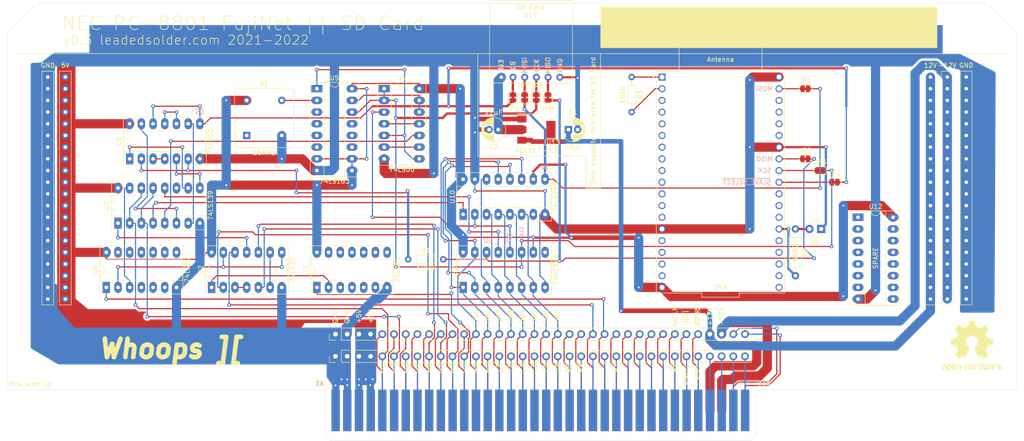
<source format=kicad_pcb>
(kicad_pcb (version 20211014) (generator pcbnew)
  (layers (0 "F.Cu" signal) (31 "B.Cu" signal) (34 "B.Paste" user) (35 "F.Paste" user) (36 "B.SilkS" user "B.Silkscreen") (37 "F.SilkS" user "F.Silkscreen") (38 "B.Mask" user) (39 "F.Mask" user) (44 "Edge.Cuts" user))
  (net 0 "")
  (net 1 "Net-(J1-Pad36)")
  (net 2 "Net-(J1-Pad35)")
  (net 3 "Net-(J1-Pad34)")
  (net 4 "Net-(J1-Pad33)")
  (net 5 "Net-(J1-Pad32)")
  (net 6 "Net-(J1-Pad31)")
  (net 7 "Net-(J1-Pad30)")
  (net 8 "Net-(J1-Pad29)")
  (net 9 "Net-(J1-Pad28)")
  (net 10 "Net-(J1-Pad27)")
  (net 11 "Net-(J1-Pad26)")
  (net 12 "Net-(J1-Pad25)")
  (net 13 "Net-(J1-Pad24)")
  (net 14 "Net-(J1-Pad23)")
  (net 15 "Net-(J1-Pad22)")
  (net 16 "Net-(J1-Pad21)")
  (net 17 "Net-(J1-Pad20)")
  (net 18 "Net-(J1-Pad19)")
  (net 19 "Net-(J1-Pad18)")
  (net 20 "Net-(J1-Pad17)")
  (net 21 "Net-(J1-Pad16)")
  (net 22 "Net-(J1-Pad15)")
  (net 23 "Net-(J1-Pad14)")
  (net 24 "Net-(J1-Pad13)")
  (net 25 "/+5V")
  (net 26 "/GND")
  (net 27 "Net-(J2-Pad36)")
  (net 28 "Net-(J2-Pad35)")
  (net 29 "/-12V")
  (net 30 "/+12V")
  (net 31 "Net-(J2-Pad32)")
  (net 32 "Net-(J2-Pad31)")
  (net 33 "Net-(J2-Pad30)")
  (net 34 "Net-(J2-Pad29)")
  (net 35 "Net-(J2-Pad28)")
  (net 36 "Net-(J2-Pad27)")
  (net 37 "Net-(J2-Pad26)")
  (net 38 "Net-(J2-Pad25)")
  (net 39 "Net-(J2-Pad22)")
  (net 40 "Net-(J2-Pad21)")
  (net 41 "Net-(J2-Pad12)")
  (net 42 "Net-(J2-Pad11)")
  (net 43 "Net-(J2-Pad10)")
  (net 44 "Net-(J2-Pad9)")
  (net 45 "Net-(J2-Pad8)")
  (net 46 "Net-(J2-Pad7)")
  (net 47 "Net-(J2-Pad6)")
  (net 48 "Net-(J2-Pad5)")
  (net 49 "/A7")
  (net 50 "/A6")
  (net 51 "/A5")
  (net 52 "/A4")
  (net 53 "Net-(U2-Pad6)")
  (net 54 "Net-(U2-Pad3)")
  (net 55 "Net-(R2-Pad1)")
  (net 56 "/~{A7}")
  (net 57 "/A3")
  (net 58 "/A2")
  (net 59 "/A1")
  (net 60 "/A0")
  (net 61 "/~{IOR}")
  (net 62 "/~{IOW}")
  (net 63 "/D7")
  (net 64 "/D6")
  (net 65 "/D5")
  (net 66 "/D4")
  (net 67 "/D3")
  (net 68 "/D2")
  (net 69 "/D1")
  (net 70 "/D0")
  (net 71 "/FUJI_OUT")
  (net 72 "Net-(R1-Pad1)")
  (net 73 "Net-(U11-Pad1)")
  (net 74 "Net-(U4-Pad12)")
  (net 75 "Net-(U4-Pad6)")
  (net 76 "Net-(U4-Pad5)")
  (net 77 "Net-(U4-Pad11)")
  (net 78 "/~{START}")
  (net 79 "/~{SPI_CLK}")
  (net 80 "/SPI_CLK")
  (net 81 "Net-(D1-Pad2)")
  (net 88 "/16MHz")
  (net 89 "Net-(U11-Pad2)")
  (net 90 "/~{SPI_IFACE_SEL}")
  (net 91 "/~{SPI_WR}")
  (net 92 "/~{SER_RD}")
  (net 93 "/~{SER_WR}")
  (net 95 "Net-(U7-Pad10)")
  (net 96 "Net-(U7-Pad9)")
  (net 97 "/~{FUJI_CS}")
  (net 98 "Net-(U8-Pad10)")
  (net 99 "Net-(U8-Pad3)")
  (net 102 "/FUJI_IN")
  (net 104 "/VSPI_MOSI")
  (net 109 "/VSPI_MISO")
  (net 110 "/VSPI_SCK")
  (net 111 "/~{VSPI_SS}")
  (net 115 "/~{SPI_RD}")
  (net 136 "/CS_ON")
  (net 137 "/CS_OFF")
  (net 138 "/+3.3V")
  (net 139 "/~{SD_CS}")
  (net 140 "/SD_CLK")
  (net 141 "/SD_MOSI")
  (net 142 "/SD_MISO")
  (footprint "PC-8801:1x20_PowerBar" (layer "F.Cu") (at 49.53 66.04)
    (fp_text reference "J3" hide)
    (fp_text value "5V")
  )
  (footprint "PC-8801:1x20_PowerBar" (layer "F.Cu") (at 237.34 66.04)
    (fp_text reference "J4" hide)
    (fp_text value "12V")
  )
  (footprint "PC-8801:1x20_PowerBar" (layer "F.Cu") (at 45.72 66.04)
    (fp_text reference "J6" hide)
    (fp_text value "GND_1")
  )
  (footprint "PC-8801:1x20_PowerBar" (layer "F.Cu") (at 245.11 66.04)
    (fp_text reference "J7" hide)
    (fp_text value "GND_2")
  )
  (footprint "PC-8801:1x20_PowerBar" (layer "F.Cu") (at 241 66.04)
    (fp_text reference "J5" hide)
    (fp_text value "-12V")
  )
  (footprint "PC-8801:PC88 Edge" (layer "F.Cu") (at 108.2 138.5)
    (fp_text reference "U1" hide)
    (fp_text value "ExpansionEdge")
  )
  (footprint "Connector_PinHeader_2.54mm:PinHeader_1x36_P2.54mm_Vertical" (layer "F.Cu") (at 108.18 126.746 90)
    (fp_text reference "J1" hide)
    (fp_text value "Solder Side")
  )
  (footprint "Connector_PinHeader_2.54mm:PinHeader_1x36_P2.54mm_Vertical" (layer "F.Cu") (at 108.18 121.92 90)
    (fp_text reference "J2" hide)
    (fp_text value "Parts Side")
  )
  (footprint "MountingHole:MountingHole_2.7mm" (layer "F.Cu") (at 43.4 56.4)
    (fp_text reference "REF**" hide)
    (fp_text value "MountingHole_2.7mm")
  )
  (footprint "MountingHole:MountingHole_2.7mm" (layer "F.Cu") (at 249.6 56.4)
    (fp_text reference "REF**" hide)
    (fp_text value "MountingHole_2.7mm")
  )
  (footprint "Symbol:OSHW-Logo2_14.6x12mm_SilkScreen" (layer "F.Cu") (at 246.35 124.55)
    (fp_text reference "REF**" hide)
    (fp_text value "OSHW-Logo2_14.6x12mm_SilkScreen" hide)
  )
  (footprint "Package_DIP:DIP-14_W7.62mm_Socket_LongPads" (layer "F.Cu") (at 81.28 111.76 90)
    (fp_text reference "U2")
    (fp_text value "74LS32")
  )
  (footprint "Package_DIP:DIP-14_W7.62mm_Socket_LongPads" (layer "F.Cu") (at 104.14 111.76 90)
    (fp_text reference "U3")
    (fp_text value "74LS04")
  )
  (footprint "Package_DIP:DIP-14_W7.62mm_Socket_LongPads" (layer "F.Cu") (at 118.745 68.58)
    (fp_text reference "U4")
    (fp_text value "74LS00")
  )
  (footprint "Package_DIP:DIP-16_W7.62mm_Socket_LongPads" (layer "F.Cu") (at 104.14 68.58)
    (fp_text reference "U5")
    (fp_text value "74LS163")
  )
  (footprint "Package_DIP:DIP-14_W7.62mm_Socket_LongPads" (layer "F.Cu") (at 58.42 111.76 90)
    (fp_text reference "U6")
    (fp_text value "74LS32")
  )
  (footprint "Package_DIP:DIP-16_W7.62mm_Socket_LongPads" (layer "F.Cu") (at 60.96 97.79 90)
    (fp_text reference "U7")
    (fp_text value "74LS139")
  )
  (footprint "Package_DIP:DIP-14_W7.62mm_Socket_LongPads" (layer "F.Cu") (at 63.5 83.82 90)
    (fp_text reference "U8")
    (fp_text value "74LS00")
  )
  (footprint "Package_DIP:DIP-16_W7.62mm_Socket_LongPads" (layer "F.Cu") (at 135.89 111.76 90)
    (fp_text reference "U9")
    (fp_text value "74HC595")
  )
  (footprint "Package_DIP:DIP-16_W7.62mm_Socket_LongPads" (layer "F.Cu") (at 135.89 95.885 90)
    (fp_text reference "U10")
    (fp_text value "74LS165")
  )
  (footprint "Oscillator:Oscillator_DIP-8" (layer "F.Cu") (at 88.9 78.74)
    (fp_text reference "X1")
    (fp_text value "16MHz")
  )
  (footprint "ESP32-DEVKITC:MODULE_ESP32-DEVKITC" (layer "F.Cu") (at 191.77 88.9)
    (fp_text reference "U11")
    (fp_text value "ESP32-DEVKITC")
  )
  (footprint "Jumper:SolderJumper-2_P1.3mm_Bridged_RoundedPad1.0x1.5mm" (layer "F.Cu") (at 210.185 68.58)
    (fp_text reference "JP1")
    (fp_text value "Jumper_NC_Small")
  )
  (footprint "Jumper:SolderJumper-2_P1.3mm_Bridged_RoundedPad1.0x1.5mm" (layer "F.Cu") (at 210.17 83.82)
    (fp_text reference "JP2")
    (fp_text value "Jumper_NC_Small")
  )
  (footprint "Jumper:SolderJumper-2_P1.3mm_Bridged_RoundedPad1.0x1.5mm" (layer "F.Cu") (at 213.375 86.36)
    (fp_text reference "JP3")
    (fp_text value "Jumper_NC_Small")
  )
  (footprint "Jumper:SolderJumper-2_P1.3mm_Bridged_RoundedPad1.0x1.5mm" (layer "F.Cu") (at 216.535 88.9)
    (fp_text reference "JP4")
    (fp_text value "Jumper_NC_Small")
  )
  (footprint "Package_DIP:DIP-16_W7.62mm_Socket_LongPads" (layer "F.Cu") (at 221.615 96.52)
    (fp_text reference "U12")
    (fp_text value "74LS139")
  )
  (footprint "Capacitor_THT:CP_Radial_D5.0mm_P2.00mm" (layer "F.Cu") (at 158.75 77.47)
    (fp_text reference "C1")
    (fp_text value "10µF")
  )
  (footprint "Capacitor_THT:CP_Radial_D5.0mm_P2.00mm" (layer "F.Cu") (at 143.51 77.47 180)
    (fp_text reference "C2")
    (fp_text value "22µF")
  )
  (footprint "Jumper:SolderJumper-2_P1.3mm_Bridged_RoundedPad1.0x1.5mm" (layer "F.Cu") (at 146.685 70.5 90)
    (fp_text reference "JP5")
    (fp_text value "Jumper_NC_Small")
  )
  (footprint "Jumper:SolderJumper-2_P1.3mm_Bridged_RoundedPad1.0x1.5mm" (layer "F.Cu") (at 151.765 70.5 90)
    (fp_text reference "JP6")
    (fp_text value "Jumper_NC_Small")
  )
  (footprint "Jumper:SolderJumper-2_P1.3mm_Bridged_RoundedPad1.0x1.5mm" (layer "F.Cu") (at 149.24 70.485 90)
    (fp_text reference "JP7")
    (fp_text value "Jumper_NC_Small")
  )
  (footprint "Jumper:SolderJumper-2_P1.3mm_Bridged_RoundedPad1.0x1.5mm" (layer "F.Cu") (at 154.305 70.485 90)
    (fp_text reference "JP8")
    (fp_text value "Jumper_NC_Small")
  )
  (footprint "Package_TO_SOT_SMD:SOT-223" (layer "F.Cu") (at 151.79 77.47)
    (fp_text reference "U13")
    (fp_text value "AZ1117-3.3")
  )
  (footprint "microSD_Breakout:microSD_AliExpress" (layer "F.Cu") (at 141.635224 67.36)
    (fp_text reference "U14")
    (fp_text value "microSD-Breakout")
  )
  (footprint "Resistor_THT:R_Axial_DIN0204_L3.6mm_D1.6mm_P7.62mm_Horizontal" (layer "F.Cu") (at 123.952 105.664)
    (fp_text reference "R1")
    (fp_text value "10kΩ")
  )
  (footprint "Resistor_THT:R_Axial_DIN0207_L6.3mm_D2.5mm_P10.16mm_Horizontal" (layer "F.Cu") (at 208.026 109.22 90)
    (fp_text reference "R2")
    (fp_text value "560Ω")
  )
  (footprint "LED_THT:LED_D3.0mm" (layer "F.Cu") (at 213.614 99.06 180)
    (fp_text reference "D1")
    (fp_text value "LED")
  )
  (footprint "Resistor_THT:R_Axial_DIN0204_L3.6mm_D1.6mm_P7.62mm_Horizontal" (layer "F.Cu") (at 172.466 66.04 -90)
    (fp_text reference "R3")
    (fp_text value "10kΩ")
  )
  (gr_line (start 162.56 83.185) (end 139.065 83.185) (layer "F.SilkS") (width 0.12))
  (gr_line (start 162.56 90.17) (end 162.56 83.185) (layer "F.SilkS") (width 0.12))
  (gr_poly (pts (xy 238.76 59.69) (xy 165.735 59.69) (xy 165.735 50.8) (xy 238.76 50.8)) (layer "F.SilkS") (width 0.1) (fill solid))
  (gr_line (start 165.735 90.17) (end 162.56 90.17) (layer "F.SilkS") (width 0.12))
  (gr_line (start 165.735 60.96) (end 165.735 90.17) (layer "F.SilkS") (width 0.12))
  (gr_line (start 254 60.96) (end 38.1 60.96) (layer "F.SilkS") (width 0.12))
  (gr_line (start 139.065 83.185) (end 139.065 60.96) (layer "F.SilkS") (width 0.12))
  (gr_line (start 106 134) (end 37 134) (layer "Edge.Cuts") (width 0.05))
  (gr_line (start 37 56.4) (end 37 134) (layer "Edge.Cuts") (width 0.05))
  (gr_line (start 249.6 50) (end 43.4 50) (layer "Edge.Cuts") (width 0.05))
  (gr_line (start 256 56.4) (end 256 134) (layer "Edge.Cuts") (width 0.05))
  (gr_line (start 199.4 144.15) (end 198.55 145) (layer "Edge.Cuts") (width 0.05))
  (gr_line (start 199.4 144.15) (end 199.4 134) (layer "Edge.Cuts") (width 0.05))
  (gr_line (start 198.55 145) (end 106.85 145) (layer "Edge.Cuts") (width 0.05))
  (gr_line (start 106 144.15) (end 106 134) (layer "Edge.Cuts") (width 0.05))
  (gr_line (start 256 134) (end 199.4 134) (layer "Edge.Cuts") (width 0.05))
  (gr_line (start 249.6 50) (end 256 56.4) (layer "Edge.Cuts") (width 0.05))
  (gr_line (start 43.4 50) (end 37 56.4) (layer "Edge.Cuts") (width 0.05))
  (gr_line (start 106 144.15) (end 106.85 145) (layer "Edge.Cuts") (width 0.05))
  (gr_text "A1" (at 104.7 132.6) (layer "B.SilkS") (effects (font (size 1 1)) (justify mirror)))
  (gr_text "MOSI" (at 149.098 63.5 270) (layer "B.SilkS") (effects (font (size 1 1)) (justify mirror)))
  (gr_text "3v3" (at 144.018 63.5 270) (layer "B.SilkS") (effects (font (size 1 1)) (justify mirror)))
  (gr_text "GND" (at 156.972 63.5 90) (layer "B.SilkS") (effects (font (size 1 1)) (justify mirror)))
  (gr_text "CLK" (at 148.59 99.695 90) (layer "B.SilkS") (effects (font (size 0.8 0.8)) (justify mirror)))
  (gr_text "SCK" (at 201.295 86.36) (layer "B.SilkS") (effects (font (size 1 1)) (justify mirror)))
  (gr_text "CLK" (at 151.892 63.5 270) (layer "B.SilkS") (effects (font (size 1 1)) (justify mirror)))
  (gr_text "MOSI" (at 201.295 68.58) (layer "B.SilkS") (effects (font (size 1 1)) (justify mirror)))
  (gr_text "OUT" (at 140.97 101.6) (layer "B.SilkS") (effects (font (size 1 1)) (justify mirror)))
  (gr_text "A36" (at 201.2 132.6) (layer "B.SilkS") (effects (font (size 1 1)) (justify mirror)))
  (gr_text "~{SLAVE_SELECT}" (at 197.485 88.9) (layer "B.SilkS") (effects (font (size 1 1)) (justify mirror)))
  (gr_text "MISO" (at 154.178 63.5 270) (layer "B.SilkS") (effects (font (size 1 1)) (justify mirror)))
  (gr_text "~{CLK}" (at 146.05 100.965 90) (layer "B.SilkS") (effects (font (size 0.8 0.8)) (justify mirror)))
  (gr_text "IN" (at 153.67 85.725) (layer "B.SilkS") (effects (font (size 1 1)) (justify mirror)))
  (gr_text "MISO" (at 201.295 83.82) (layer "B.SilkS") (effects (font (size 1 1)) (justify mirror)))
  (gr_text "~{CS}" (at 78.74 73.66) (layer "B.SilkS") (effects (font (size 1 1)) (justify mirror)))
  (gr_text "CS" (at 146.558 63.5 270) (layer "B.SilkS") (effects (font (size 1 1)) (justify mirror)))
  (gr_text "AB\n9" (at 141.2 129.286) (layer "F.SilkS") (effects (font (size 0.75 0.75))))
  (gr_text "AB\n10" (at 143.74 129.286) (layer "F.SilkS") (effects (font (size 0.75 0.75))))
  (gr_text "AB\n11" (at 146.28 129.286) (layer "F.SilkS") (effects (font (size 0.75 0.75))))
  (gr_text "AB\n12" (at 148.82 129.286) (layer "F.SilkS") (effects (font (size 0.75 0.75))))
  (gr_text "AB\n13" (at 151.36 129.286) (layer "F.SilkS") (effects (font (size 0.75 0.75))))
  (gr_text "AB\n8" (at 138.66 129.286) (layer "F.SilkS") (effects (font (size 0.75 0.75))))
  (gr_text "DB2" (at 143.74 118.11 90) (layer "F.SilkS") (effects (font (size 1 1))))
  (gr_text "~{NMI}" (at 184.38 118.11 90) (layer "F.SilkS") (effects (font (size 1 1))))
  (gr_text "+5V" (at 115.8 118.11 90) (layer "F.SilkS") (effects (font (size 1 1))))
  (gr_text "DB7" (at 156.44 118.11 90) (layer "F.SilkS") (effects (font (size 1 1))))
  (gr_text "~{RESET}" (at 186.92 130.302 90) (layer "F.SilkS") (effects (font (size 0.7 0.7) (thickness 0.125))))
  (gr_text "GND" (at 108.18 118.11 90) (layer "F.SilkS") (effects (font (size 1 1))))
  (gr_text "AB\n15" (at 156.44 129.286) (layer "F.SilkS") (effects (font (size 0.75 0.75))))
  (gr_text "AB\n14" (at 153.9 129.286) (layer "F.SilkS") (effects (font (size 0.75 0.75))))
  (gr_text "DB1" (at 141.2 118.11 90) (layer "F.SilkS") (effects (font (size 1 1))))
  (gr_text "~{WE}" (at 181.84 129.286 90) (layer "F.SilkS") (effects (font (size 1 1))))
  (gr_text "~{ROMKILL}" (at 184.404 130.81 90) (layer "F.SilkS") (effects (font (size 0.7 0.7) (thickness 0.125))))
  (gr_text "~{M1}" (at 169.14 129.286 90) (layer "F.SilkS") (effects (font (size 1 1))))
  (gr_text "DB0" (at 138.66 118.11 90) (layer "F.SilkS") (effects (font (size 1 1))))
  (gr_text "~{WR}" (at 161.52 129.286 90) (layer "F.SilkS") (effects (font (size 1 1))))
  (gr_text "~{RD}" (at 158.98 129.286 90) (layer "F.SilkS") (effects (font (size 1 1))))
  (gr_text "DB6" (at 153.9 118.11 90) (layer "F.SilkS") (effects (font (size 1 1))))
  (gr_text "GND" (at 110.72 118.11 90) (layer "F.SilkS") (effects (font (size 1 1))))
  (gr_text "AB\n0" (at 118.34 129.286) (layer "F.SilkS") (effects (font (size 0.75 0.75))))
  (gr_text "AB\n5" (at 131.04 129.286) (layer "F.SilkS") (effects (font (size 0.75 0.75))))
  (gr_text "AB\n4" (at 128.5 129.286) (layer "F.SilkS") (effects (font (size 0.75 0.75))))
  (gr_text "AB\n3" (at 125.96 129.286) (layer "F.SilkS") (effects (font (size 0.75 0.75))))
  (gr_text "AB\n2" (at 123.42 129.286) (layer "F.SilkS") (effects (font (size 0.75 0.75))))
  (gr_text "AB\n1" (at 120.88 129.286) (layer "F.SilkS") (effects (font (size 0.75 0.75))))
  (gr_text "DB3" (at 146.28 118.11 90) (layer "F.SilkS") (effects (font (size 1 1))))
  (gr_text "DB5" (at 151.36 118.11 90) (layer "F.SilkS") (effects (font (size 1 1))))
  (gr_text "AB\n6" (at 133.58 129.286) (layer "F.SilkS") (effects (font (size 0.75 0.75))))
  (gr_text "+5V" (at 113.26 118.11 90) (layer "F.SilkS") (effects (font (size 1 1))))
  (gr_text "AB\n7" (at 136.12 129.286) (layer "F.SilkS") (effects (font (size 0.75 0.75))))
  (gr_text "DB4" (at 148.82 118.11 90) (layer "F.SilkS") (effects (font (size 1 1))))
  (gr_text "NEC PC-8801 FujiNet || SD Card" (at 88.138 54.356) (layer "F.SilkS") (effects (font (size 3 3))))
  (gr_text "B1" (at 104.7 132.6) (layer "F.SilkS") (effects (font (size 1 1))))
  (gr_text "+12V" (at 189.46 118.11 90) (layer "F.SilkS") (effects (font (size 1 1))))
  (gr_text "Only populate this area for SD Card" (at 164.084 75.565 90) (layer "F.SilkS") (effects (font (size 1 1))))
  (gr_text "-12V" (at 192 118.11 90) (layer "F.SilkS") (effects (font (size 1 1))))
  (gr_text "4xCLK" (at 181.84 118.11 90) (layer "F.SilkS") (effects (font (size 1 1))))
  (gr_text "this side up" (at 41.91 132.715) (layer "F.SilkS") (effects (font (size 1 1))))
  (gr_text "v0.3 leadedsolder.com 2021-2022" (at 49 58) (layer "F.SilkS") (effects (font (size 2 2)) (justify left)))
  (gr_text "Whoops ][" (at 72.39 125.095) (layer "F.SilkS") (effects (font (size 4 4) (thickness 1) italic)))
  (gr_text "~{WAITRQ}" (at 186.92 118.11 90) (layer "F.SilkS") (effects (font (size 0.75 0.75))))
  (gr_text "SPARE" (at 225.425 105.41 90) (layer "F.SilkS") (effects (font (size 1 1))))
  (gr_text "B36" (at 201.2 132.6) (layer "F.SilkS") (effects (font (size 1 1))))
  (segment (start 197.1 126.766) (end 197.08 126.746) (width 0.25) (layer "B.Cu") (net 1))
  (segment (start 197.1 138.5) (end 197.1 126.766) (width 0.25) (layer "B.Cu") (net 1))
  (segment (start 194.56 138.5) (end 194.56 126.766) (width 0.25) (layer "B.Cu") (net 2))
  (segment (start 194.56 126.766) (end 194.54 126.746) (width 0.25) (layer "B.Cu") (net 2))
  (segment (start 192.02 138.5) (end 192.02 126.766) (width 0.25) (layer "B.Cu") (net 3))
  (segment (start 192.02 126.766) (end 192 126.746) (width 0.25) (layer "B.Cu") (net 3))
  (segment (start 189.48 126.766) (end 189.46 126.746) (width 0.25) (layer "B.Cu") (net 4))
  (segment (start 189.48 138.5) (end 189.48 126.766) (width 0.25) (layer "B.Cu") (net 4))
  (segment (start 186.94 138.5) (end 186.94 126.766) (width 0.25) (layer "B.Cu") (net 5))
  (segment (start 186.94 126.766) (end 186.92 126.746) (width 0.25) (layer "B.Cu") (net 5))
  (segment (start 184.4 138.5) (end 184.4 126.766) (width 0.25) (layer "B.Cu") (net 6))
  (segment (start 184.4 126.766) (end 184.38 126.746) (width 0.25) (layer "B.Cu") (net 6))
  (segment (start 181.86 138.5) (end 181.86 126.766) (width 0.25) (layer "B.Cu") (net 7))
  (segment (start 181.86 126.766) (end 181.84 126.746) (width 0.25) (layer "B.Cu") (net 7))
  (segment (start 179.32 126.766) (end 179.3 126.746) (width 0.25) (layer "B.Cu") (net 8))
  (segment (start 179.32 138.5) (end 179.32 126.766) (width 0.25) (layer "B.Cu") (net 8))
  (segment (start 176.78 126.766) (end 176.76 126.746) (width 0.25) (layer "B.Cu") (net 9))
  (segment (start 176.78 138.5) (end 176.78 126.766) (width 0.25) (layer "B.Cu") (net 9))
  (segment (start 174.24 138.5) (end 174.24 126.766) (width 0.25) (layer "B.Cu") (net 10))
  (segment (start 174.24 126.766) (end 174.22 126.746) (width 0.25) (layer "B.Cu") (net 10))
  (segment (start 171.7 138.5) (end 171.7 126.766) (width 0.25) (layer "B.Cu") (net 11))
  (segment (start 171.7 126.766) (end 171.68 126.746) (width 0.25) (layer "B.Cu") (net 11))
  (segment (start 169.16 126.766) (end 169.14 126.746) (width 0.25) (layer "B.Cu") (net 12))
  (segment (start 169.16 138.5) (end 169.16 126.766) (width 0.25) (layer "B.Cu") (net 12))
  (segment (start 166.62 126.766) (end 166.6 126.746) (width 0.25) (layer "B.Cu") (net 13))
  (segment (start 166.62 138.5) (end 166.62 126.766) (width 0.25) (layer "B.Cu") (net 13))
  (segment (start 164.08 126.766) (end 164.06 126.746) (width 0.25) (layer "B.Cu") (net 14))
  (segment (start 164.08 138.5) (end 164.08 126.766) (width 0.25) (layer "B.Cu") (net 14))
  (segment (start 161.54 138.5) (end 161.54 126.766) (width 0.25) (layer "B.Cu") (net 15))
  (segment (start 161.54 126.766) (end 161.52 126.746) (width 0.25) (layer "B.Cu") (net 15))
  (segment (start 159 126.766) (end 158.98 126.746) (width 0.25) (layer "B.Cu") (net 16))
  (segment (start 159 138.5) (end 159 126.766) (width 0.25) (layer "B.Cu") (net 16))
  (segment (start 156.46 138.5) (end 156.46 126.766) (width 0.25) (layer "B.Cu") (net 17))
  (segment (start 156.46 126.766) (end 156.44 126.746) (width 0.25) (layer "B.Cu") (net 17))
  (segment (start 153.92 126.766) (end 153.9 126.746) (width 0.25) (layer "B.Cu") (net 18))
  (segment (start 153.92 138.5) (end 153.92 126.766) (width 0.25) (layer "B.Cu") (net 18))
  (segment (start 151.38 126.766) (end 151.36 126.746) (width 0.25) (layer "B.Cu") (net 19))
  (segment (start 151.38 138.5) (end 151.38 126.766) (width 0.25) (layer "B.Cu") (net 19))
  (segment (start 148.84 126.766) (end 148.82 126.746) (width 0.25) (layer "B.Cu") (net 20))
  (segment (start 148.84 138.5) (end 148.84 126.766) (width 0.25) (layer "B.Cu") (net 20))
  (segment (start 146.3 138.5) (end 146.3 126.766) (width 0.25) (layer "B.Cu") (net 21))
  (segment (start 146.3 126.766) (end 146.28 126.746) (width 0.25) (layer "B.Cu") (net 21))
  (segment (start 143.76 138.5) (end 143.76 126.766) (width 0.25) (layer "B.Cu") (net 22))
  (segment (start 143.76 126.766) (end 143.74 126.746) (width 0.25) (layer "B.Cu") (net 22))
  (segment (start 141.22 126.766) (end 141.2 126.746) (width 0.25) (layer "B.Cu") (net 23))
  (segment (start 141.22 138.5) (end 141.22 126.766) (width 0.25) (layer "B.Cu") (net 23))
  (segment (start 138.68 138.5) (end 138.68 126.766) (width 0.25) (layer "B.Cu") (net 24))
  (segment (start 138.68 126.766) (end 138.66 126.746) (width 0.25) (layer "B.Cu") (net 24))
  (segment (start 104.14 89.535) (end 84.455 89.535) (width 2) (layer "F.Cu") (net 25))
  (segment (start 58.42 105.59) (end 58.42 104.14) (width 0.25) (layer "F.Cu") (net 25))
  (segment (start 218.369999 113.735001) (end 218.44 113.665) (width 2) (layer "F.Cu") (net 25))
  (segment (start 126.365 67.53) (end 126.289999 67.454999) (width 0.25) (layer "F.Cu") (net 25))
  (segment (start 159.385 100.965) (end 173.99 100.965) (width 1) (layer "F.Cu") (net 25))
  (segment (start 136.43499 100.87499) (end 151.13 100.87499) (width 0.25) (layer "F.Cu") (net 25))
  (segment (start 111.76 67.53) (end 111.76 68.58) (width 0.25) (layer "F.Cu") (net 25))
  (segment (start 181.035001 113.735001) (end 218.369999 113.735001) (width 2) (layer "F.Cu") (net 25))
  (segment (start 226.695 93.98) (end 229.235 96.52) (width 2) (layer "F.Cu") (net 25))
  (segment (start 159.385 100.965) (end 151.22001 100.965) (width 0.5) (layer "F.Cu") (net 25))
  (segment (start 63.5 76.2) (end 49.53 76.2) (width 2) (layer "F.Cu") (net 25))
  (segment (start 58.49501 105.66501) (end 58.42 105.59) (width 0.25) (layer "F.Cu") (net 25))
  (segment (start 151.22001 100.965) (end 151.13 100.87499) (width 0.5) (layer "F.Cu") (net 25))
  (segment (start 104.14 83.82) (end 111.76 83.82) (width 0.25) (layer "F.Cu") (net 25))
  (segment (start 78.70499 105.66501) (end 58.49501 105.66501) (width 0.25) (layer "F.Cu") (net 25))
  (segment (start 151.13 86.565) (end 152.605 85.09) (width 0.5) (layer "F.Cu") (net 25))
  (segment (start 111.76 68.58) (end 114.935 68.58) (width 0.25) (layer "F.Cu") (net 25))
  (segment (start 179.07 111.77) (end 181.035001 113.735001) (width 2) (layer "F.Cu") (net 25))
  (segment (start 126.365 68.58) (end 126.365 67.53) (width 0.25) (layer "F.Cu") (net 25))
  (segment (start 104.14 89.535) (end 111.76 89.535) (width 2) (layer "F.Cu") (net 25))
  (segment (start 80.23 104.14) (end 78.70499 105.66501) (width 0.25) (layer "F.Cu") (net 25))
  (segment (start 126.289999 67.454999) (end 111.835001 67.454999) (width 0.25) (layer "F.Cu") (net 25))
  (segment (start 218.44 93.98) (end 226.695 93.98) (width 2) (layer "F.Cu") (net 25))
  (segment (start 126.365 68.58) (end 135.255 68.58) (width 2) (layer "F.Cu") (net 25))
  (segment (start 50.8 90.17) (end 49.53 88.9) (width 2) (layer "F.Cu") (net 25))
  (segment (start 152.605 85.09) (end 158.115 85.09) (width 0.5) (layer "F.Cu") (net 25))
  (segment (start 81.28 104.14) (end 80.23 104.14) (width 0.25) (layer "F.Cu") (net 25))
  (segment (start 58.42 104.14) (end 49.53 104.14) (width 2) (layer "F.Cu") (net 25))
  (segment (start 173.99 111.76) (end 179.06 111.76) (width 2) (layer "F.Cu") (net 25))
  (segment (start 135.89 100.33) (end 136.43499 100.87499) (width 0.25) (layer "F.Cu") (net 25))
  (segment (start 114.935 83.82) (end 111.76 83.82) (width 0.25) (layer "F.Cu") (net 25))
  (segment (start 111.835001 67.454999) (end 111.76 67.53) (width 0.25) (layer "F.Cu") (net 25))
  (segment (start 179.06 111.76) (end 179.07 111.77) (width 2) (layer "F.Cu") (net 25))
  (segment (start 84.455 71.12) (end 88.9 71.12) (width 2) (layer "F.Cu") (net 25))
  (segment (start 60.96 90.17) (end 50.8 90.17) (width 2) (layer "F.Cu") (net 25))
  (segment (start 151.13 88.265) (end 151.13 86.565) (width 0.5) (layer "F.Cu") (net 25))
  (via (at 113.25 131.75) (size 0.8) (drill 0.4) (layers "F.Cu" "B.Cu") (net 25))
  (via (at 84.455 71.12) (size 0.8) (drill 0.4) (layers "F.Cu" "B.Cu") (net 25))
  (via (at 173.99 111.76) (size 0.8) (drill 0.4) (layers "F.Cu" "B.Cu") (net 25))
  (via (at 135.255 68.58) (size 0.8) (drill 0.4) (layers "F.Cu" "B.Cu") (net 25))
  (via (at 104.14 89.535) (size 0.8) (drill 0.4) (layers "F.Cu" "B.Cu") (net 25))
  (via (at 218.44 93.98) (size 0.8) (drill 0.4) (layers "F.Cu" "B.Cu") (net 25))
  (via (at 173.99 100.965) (size 0.8) (drill 0.4) (layers "F.Cu" "B.Cu") (net 25))
  (via (at 114.75 131.75) (size 0.8) (drill 0.4) (layers "F.Cu" "B.Cu") (net 25))
  (via (at 135.89 100.33) (size 0.8) (drill 0.4) (layers "F.Cu" "B.Cu") (net 25))
  (via (at 111.76 89.535) (size 0.8) (drill 0.4) (layers "F.Cu" "B.Cu") (net 25))
  (via (at 114.935 68.58) (size 0.8) (drill 0.4) (layers "F.Cu" "B.Cu") (net 25))
  (via (at 115.75 133) (size 0.8) (drill 0.4) (layers "F.Cu" "B.Cu") (net 25))
  (via (at 84.455 89.535) (size 0.8) (drill 0.4) (layers "F.Cu" "B.Cu") (net 25))
  (via (at 116.25 131.75) (size 0.8) (drill 0.4) (layers "F.Cu" "B.Cu") (net 25))
  (via (at 151.13 100.87499) (size 0.8) (drill 0.4) (layers "F.Cu" "B.Cu") (net 25))
  (via (at 159.385 100.965) (size 0.8) (drill 0.4) (layers "F.Cu" "B.Cu") (net 25))
  (via (at 158.115 85.09) (size 0.8) (drill 0.4) (layers "F.Cu" "B.Cu") (net 25))
  (via (at 113.25 133) (size 0.8) (drill 0.4) (layers "F.Cu" "B.Cu") (net 25))
  (via (at 218.44 113.665) (size 0.8) (drill 0.4) (layers "F.Cu" "B.Cu") (net 25))
  (via (at 114.935 83.82) (size 0.8) (drill 0.4) (layers "F.Cu" "B.Cu") (net 25))
  (segment (start 135.89 100.94) (end 133.35 98.4) (width 2) (layer "B.Cu") (net 25))
  (segment (start 133.35 90.805) (end 135.89 88.265) (width 2) (layer "B.Cu") (net 25))
  (segment (start 135.255 68.58) (end 135.255 87.63) (width 2) (layer "B.Cu") (net 25))
  (segment (start 218.44 113.665) (end 218.44 93.98) (width 2) (layer "B.Cu") (net 25))
  (segment (start 111.76 83.82) (end 111.76 86.36) (width 0.25) (layer "B.Cu") (net 25))
  (segment (start 158.115 99.695) (end 159.385 100.965) (width 0.5) (layer "B.Cu") (net 25))
  (segment (start 84.455 89.535) (end 84.455 71.12) (width 2) (layer "B.Cu") (net 25))
  (segment (start 133.35 98.4) (end 133.35 90.805) (width 2) (layer "B.Cu") (net 25))
  (segment (start 111.76 89.535) (end 111.76 86.36) (width 2) (layer "B.Cu") (net 25))
  (segment (start 113.28 126.766) (end 113.26 126.746) (width 1) (layer "B.Cu") (net 25))
  (segment (start 104.14 104.14) (end 104.14 89.535) (width 2) (layer "B.Cu") (net 25))
  (segment (start 81.28 89.535) (end 84.455 89.535) (width 2) (layer "B.Cu") (net 25))
  (segment (start 158.115 85.09) (end 158.115 99.695) (width 0.5) (layer "B.Cu") (net 25))
  (segment (start 135.89 104.14) (end 135.89 100.94) (width 2) (layer "B.Cu") (net 25))
  (segment (start 115.82 138.5) (end 115.82 126.766) (width 1) (layer "B.Cu") (net 25))
  (segment (start 81.28 104.14) (end 81.28 89.535) (width 2) (layer "B.Cu") (net 25))
  (segment (start 113.28 138.5) (end 113.28 126.766) (width 1) (layer "B.Cu") (net 25))
  (segment (start 135.255 87.63) (end 135.89 88.265) (width 2) (layer "B.Cu") (net 25))
  (segment (start 115.82 126.766) (end 115.8 126.746) (width 1) (layer "B.Cu") (net 25))
  (segment (start 151.13 104.14) (end 151.13 100.87499) (width 0.25) (layer "B.Cu") (net 25))
  (segment (start 114.935 68.58) (end 114.935 83.82) (width 0.25) (layer "B.Cu") (net 25))
  (segment (start 173.99 100.965) (end 173.99 111.76) (width 2) (layer "B.Cu") (net 25))
  (segment (start 135.89 100.33) (end 135.89 104.14) (width 0.25) (layer "B.Cu") (net 25))
  (segment (start 104.14 86.36) (end 103.451559 86.36) (width 2) (layer "F.Cu") (net 26))
  (segment (start 118.745 83.82) (end 118.745 86.62) (width 2) (layer "F.Cu") (net 26))
  (segment (start 179.08 99.06) (end 179.07 99.07) (width 2) (layer "F.Cu") (net 26))
  (segment (start 138.67 75.17) (end 138.43 74.93) (width 1) (layer "F.Cu") (net 26))
  (segment (start 103.451559 86.36) (end 100.911559 83.82) (width 2) (layer "F.Cu") (net 26))
  (segment (start 148.64 75.17) (end 138.67 75.17) (width 1) (layer "F.Cu") (net 26))
  (segment (start 78.74 83.82) (end 96.52 83.82) (width 2) (layer "F.Cu") (net 26))
  (segment (start 221.615 114.3) (end 223.52 114.3) (width 2) (layer "F.Cu") (net 26))
  (segment (start 160.578 66.09) (end 160.75 66.262) (width 0.5) (layer "F.Cu") (net 26))
  (segment (start 223.52 114.3) (end 225.425 112.395) (width 2) (layer "F.Cu") (net 26))
  (segment (start 204.47 66.05) (end 198.745 66.05) (width 2) (layer "F.Cu") (net 26))
  (segment (start 153.67 96.52) (end 153.67 95.885) (width 2) (layer "F.Cu") (net 26))
  (segment (start 198.12 81.28) (end 204.46 81.28) (width 2) (layer "F.Cu") (net 26))
  (segment (start 138.43 90.805) (end 153.67 90.805) (width 0.25) (layer "F.Cu") (net 26))
  (segment (start 214.63 81.28) (end 214.62 81.29) (width 0.5) (layer "F.Cu") (net 26))
  (segment (start 204.46 81.28) (end 204.47 81.29) (width 2) (layer "F.Cu") (net 26))
  (segment (start 214.62 81.29) (end 204.47 81.29) (width 0.5) (layer "F.Cu") (net 26))
  (segment (start 198.745 66.05) (end 198.12 66.675) (width 2) (layer "F.Cu") (net 26))
  (segment (start 141.51 77.47) (end 139.065 77.47) (width 1) (layer "F.Cu") (net 26))
  (segment (start 156.22 99.07) (end 153.67 96.52) (width 2) (layer "F.Cu") (net 26))
  (segment (start 198.12 99.06) (end 179.08 99.06) (width 2) (layer "F.Cu") (net 26))
  (segment (start 119.12 86.995) (end 129.54 86.995) (width 2) (layer "F.Cu") (net 26))
  (segment (start 156.875224 66.09) (end 160.578 66.09) (width 0.5) (layer "F.Cu") (net 26))
  (segment (start 179.07 99.07) (end 156.22 99.07) (width 2) (layer "F.Cu") (net 26))
  (segment (start 118.745 86.62) (end 119.12 86.995) (width 2) (layer "F.Cu") (net 26))
  (segment (start 97.085685 83.82) (end 96.52 83.82) (width 2) (layer "F.Cu") (net 26))
  (segment (start 100.911559 83.82) (end 97.085685 83.82) (width 2) (layer "F.Cu") (net 26))
  (segment (start 139.065 77.47) (end 138.43 78.105) (width 1) (layer "F.Cu") (net 26))
  (via (at 198.12 66.675) (size 0.8) (drill 0.4) (layers "F.Cu" "B.Cu") (net 26))
  (via (at 110.74 131.76) (size 0.8) (drill 0.4) (layers "F.Cu" "B.Cu") (net 26))
  (via (at 214.63 81.28) (size 0.8) (drill 0.4) (layers "F.Cu" "B.Cu") (net 26))
  (via (at 110.74 133.01) (size 0.8) (drill 0.4) (layers "F.Cu" "B.Cu") (net 26))
  (via (at 109.5 131.75) (size 0.8) (drill 0.4) (layers "F.Cu" "B.Cu") (net 26))
  (via (at 225.425 112.395) (size 0.8) (drill 0.4) (layers "F.Cu" "B.Cu") (net 26))
  (via (at 129.54 86.995) (size 0.8) (drill 0.4) (layers "F.Cu" "B.Cu") (net 26))
  (via (at 198.12 81.28) (size 0.8) (drill 0.4) (layers "F.Cu" "B.Cu") (net 26))
  (via (at 108.18 133.07) (size 0.8) (drill 0.4) (layers "F.Cu" "B.Cu") (net 26))
  (via (at 138.43 78.105) (size 0.8) (drill 0.4) (layers "F.Cu" "B.Cu") (net 26))
  (via (at 153.67 90.805) (size 0.8) (drill 0.4) (layers "F.Cu" "B.Cu") (net 26))
  (via (at 138.43 90.805) (size 0.8) (drill 0.4) (layers "F.Cu" "B.Cu") (net 26))
  (via (at 96.52 83.82) (size 0.8) (drill 0.4) (layers "F.Cu" "B.Cu") (net 26))
  (via (at 160.75 66.262) (size 0.8) (drill 0.4) (layers "F.Cu" "B.Cu") (net 26))
  (via (at 198.12 99.06) (size 0.8) (drill 0.4) (layers "F.Cu" "B.Cu") (net 26))
  (via (at 138.43 74.93) (size 0.8) (drill 0.4) (layers "F.Cu" "B.Cu") (net 26))
  (segment (start 110.74 131.76) (end 110.74 126.766) (width 1) (layer "B.Cu") (net 26))
  (segment (start 110.74 133.01) (end 110.74 131.76) (width 1) (layer "B.Cu") (net 26))
  (segment (start 108.18 133.07) (end 108.18 138.48) (width 1) (layer "B.Cu") (net 26))
  (segment (start 95.885 121.92) (end 96.52 121.285) (width 2) (layer "B.Cu") (net 26))
  (segment (start 213.614 99.06) (end 214.63 98.044) (width 0.5) (layer "B.Cu") (net 26))
  (segment (start 73.66 111.76) (end 73.66 121.92) (width 2) (layer "B.Cu") (net 26))
  (segment (start 138.43 88.265) (end 138.43 74.93) (width 2) (layer "B.Cu") (net 26))
  (segment (start 110.72 120.717919) (end 110.49 120.487919) (width 2) (layer "B.Cu") (net 26))
  (segment (start 108.18 121.92) (end 95.885 121.92) (width 2) (layer "B.Cu") (net 26))
  (segment (start 104.14 86.36) (end 107.34 86.36) (width 2) (layer "B.Cu") (net 26))
  (segment (start 96.52 83.82) (end 96.52 78.74) (width 2) (layer "B.Cu") (net 26))
  (segment (start 110.74 138.5) (end 110.74 133.01) (width 1) (layer "B.Cu") (net 26))
  (segment (start 108.18 138.48) (end 108.2 138.5) (width 1) (layer "B.Cu") (net 26))
  (segment (start 138.43 74.93) (end 138.43 62.865) (width 2) (layer "B.Cu") (net 26))
  (segment (start 119.38 112.448441) (end 119.38 111.76) (width 2) (layer "B.Cu") (net 26))
  (segment (start 153.67 110.31) (end 152.54499 109.18499) (width 0.25) (layer "B.Cu") (net 26))
  (segment (start 225.425 112.395) (end 225.425 62.865) (width 2) (layer "B.Cu") (net 26))
  (segment (start 108.18 126.746) (end 108.18 133.07) (width 1) (layer "B.Cu") (net 26))
  (segment (start 107.34 86.36) (end 107.95 85.75) (width 2) (layer "B.Cu") (net 26))
  (segment (start 152.54499 109.18499) (end 152.54499 95.96001) (width 0.25) (layer "B.Cu") (net 26))
  (segment (start 153.67 90.805) (end 153.67 95.885) (width 0.25) (layer "B.Cu") (net 26))
  (segment (start 110.74 126.766) (end 110.72 126.746) (width 1) (layer "B.Cu") (net 26))
  (segment (start 198.12 66.675) (end 198.12 81.28) (width 2) (layer "B.Cu") (net 26))
  (segment (start 107.95 85.75) (end 107.95 62.865) (width 2) (layer "B.Cu") (net 26))
  (segment (start 214.63 98.044) (end 214.63 81.28) (width 0.5) (layer "B.Cu") (net 26))
  (segment (start 153.67 111.76) (end 153.67 110.31) (width 0.25) (layer "B.Cu") (net 26))
  (segment (start 198.12 81.28) (end 198.12 99.06) (width 2) (layer "B.Cu") (net 26))
  (segment (start 138.43 88.265) (end 138.43 90.805) (width 0.25) (layer "B.Cu") (net 26))
  (segment (start 117.528441 114.3) (end 119.38 112.448441) (width 2) (layer "B.Cu") (net 26))
  (segment (start 160.75 77.47) (end 160.75 62.96) (width 1) (layer "B.Cu") (net 26))
  (segment (start 110.49 120.487919) (end 116.677919 114.3) (width 2) (layer "B.Cu") (net 26))
  (segment (start 129.54 86.995) (end 129.54 62.865) (width 2) (layer "B.Cu") (net 26))
  (segment (start 152.54499 95.96001) (end 152.62 95.885) (width 0.25) (layer "B.Cu") (net 26))
  (segment (start 152.62 95.885) (end 153.67 95.885) (width 0.25) (layer "B.Cu") (net 26))
  (segment (start 116.677919 114.3) (end 117.528441 114.3) (width 2) (layer "B.Cu") (net 26))
  (segment (start 78.74 97.79) (end 78.74 106.68) (width 2) (layer "B.Cu") (net 26))
  (segment (start 78.74 106.68) (end 73.66 111.76) (width 2) (layer "B.Cu") (net 26))
  (segment (start 96.52 121.285) (end 96.52 111.76) (width 2) (layer "B.Cu") (net 26))
  (segment (start 110.72 121.92) (end 110.72 120.717919) (width 2) (layer "B.Cu") (net 26))
  (segment (start 197.358 133.096) (end 197.612 133.096) (width 0.25) (layer "F.Cu") (net 27))
  (segment (start 197.104 133.35) (end 197.358 133.096) (width 0.25) (layer "F.Cu") (net 27))
  (segment (start 197.1 133.354) (end 197.104 133.35) (width 0.25) (layer "F.Cu") (net 27))
  (segment (start 197.612 133.096) (end 202.184 133.096) (width 0.25) (layer "F.Cu") (net 27))
  (segment (start 202.438 132.842) (end 204.724 130.556) (width 0.25) (layer "F.Cu") (net 27))
  (segment (start 202.184 133.096) (end 202.438 132.842) (width 0.25) (layer "F.Cu") (net 27))
  (segment (start 197.1 138.5) (end 197.1 133.354) (width 0.25) (layer "F.Cu") (net 27))
  (segment (start 204.724 130.556) (end 204.724 122.174) (width 0.25) (layer "F.Cu") (net 27))
  (via (at 204.724 122.174) (size 0.8) (drill 0.4) (layers "F.Cu" "B.Cu") (net 27))
  (segment (start 204.47 121.92) (end 197.08 121.92) (width 0.25) (layer "B.Cu") (net 27))
  (segment (start 204.724 122.174) (end 204.47 121.92) (width 0.25) (layer "B.Cu") (net 27))
  (segment (start 203.962 129.794) (end 203.962 120.65) (width 0.25) (layer "F.Cu") (net 28))
  (segment (start 194.56 138.5) (end 194.56 133.354) (width 0.25) (layer "F.Cu") (net 28))
  (segment (start 194.56 133.354) (end 195.072 132.842) (width 0.25) (layer "F.Cu") (net 28))
  (segment (start 195.58 132.334) (end 202.184 132.334) (width 0.25) (layer "F.Cu") (net 28))
  (segment (start 202.184 132.334) (end 203.962 130.556) (width 0.25) (layer "F.Cu") (net 28))
  (segment (start 195.072 132.842) (end 195.58 132.334) (width 0.25) (layer "F.Cu") (net 28))
  (segment (start 203.962 130.556) (end 203.962 129.794) (width 0.25) (layer "F.Cu") (net 28))
  (via (at 203.962 120.65) (size 0.8) (drill 0.4) (layers "F.Cu" "B.Cu") (net 28))
  (segment (start 195.81 120.65) (end 194.54 121.92) (width 0.25) (layer "B.Cu") (net 28))
  (segment (start 203.962 120.65) (end 195.81 120.65) (width 0.25) (layer "B.Cu") (net 28))
  (segment (start 193.337919 119.38) (end 201.676 119.38) (width 2) (layer "F.Cu") (net 29))
  (segment (start 201.676 119.38) (end 201.93 119.634) (width 2) (layer "F.Cu") (net 29))
  (segment (start 201.93 119.634) (end 201.93 129.286) (width 2) (layer "F.Cu") (net 29))
  (segment (start 192.02 132) (end 192.02 138.5) (width 2) (layer "F.Cu") (net 29))
  (segment (start 200.206511 131.009489) (end 195.031369 131.009489) (width 2) (layer "F.Cu") (net 29))
  (segment (start 201.93 129.286) (end 200.206511 131.009489) (width 2) (layer "F.Cu") (net 29))
  (segment (start 192 120.717919) (end 193.337919 119.38) (width 2) (layer "F.Cu") (net 29))
  (segment (start 192.248511 131.771489) (end 192.02 132) (width 2) (layer "F.Cu") (net 29))
  (segment (start 194.269369 131.771489) (end 192.248511 131.771489) (width 2) (layer "F.Cu") (net 29))
  (segment (start 195.031369 131.009489) (end 194.269369 131.771489) (width 2) (layer "F.Cu") (net 29))
  (segment (start 192 121.92) (end 192 120.717919) (width 2) (layer "F.Cu") (net 29))
  (segment (start 234 65.25) (end 235.75 63.5) (width 2) (layer "B.Cu") (net 29))
  (segment (start 230.699501 119.050499) (end 234 115.75) (width 2) (layer "B.Cu") (net 29))
  (segment (start 235.75 63.5) (end 238.46 63.5) (width 2) (layer "B.Cu") (net 29))
  (segment (start 192 121.92) (end 192 120.717919) (width 2) (layer "B.Cu") (net 29))
  (segment (start 241 66.04) (end 241 114.3) (width 2) (layer "B.Cu") (net 29))
  (segment (start 234 115.75) (end 234 65.25) (width 2) (layer "B.Cu") (net 29))
  (segment (start 238.46 63.5) (end 241 66.04) (width 2) (layer "B.Cu") (net 29))
  (segment (start 192 120.717919) (end 193.66742 119.050499) (width 2) (layer "B.Cu") (net 29))
  (segment (start 193.66742 119.050499) (end 230.699501 119.050499) (width 2) (layer "B.Cu") (net 29))
  (segment (start 189.23 117.475) (end 188.595 116.84) (width 1) (layer "F.Cu") (net 30))
  (segment (start 199.39 124.46) (end 199.644 124.714) (width 2) (layer "F.Cu") (net 30))
  (segment (start 198.850022 128.809978) (end 190.722022 128.809978) (width 2) (layer "F.Cu") (net 30))
  (segment (start 158.75 79.27) (end 158.75 77.47) (width 1) (layer "F.Cu") (net 30))
  (segment (start 150.940001 80.070001) (end 157.949999 80.070001) (width 1) (layer "F.Cu") (net 30))
  (segment (start 148.64 79.77) (end 150.64 79.77) (width 1) (layer "F.Cu") (net 30))
  (segment (start 190.722022 128.809978) (end 189.48 130.052) (width 2) (layer "F.Cu") (net 30))
  (segment (start 190.797919 124.46) (end 199.39 124.46) (width 2) (layer "F.Cu") (net 30))
  (segment (start 157.949999 80.070001) (end 158.75 79.27) (width 1) (layer "F.Cu") (net 30))
  (segment (start 199.644 124.714) (end 199.644 128.016) (width 2) (layer "F.Cu") (net 30))
  (segment (start 188.595 116.84) (end 170.18 116.84) (width 1) (layer "F.Cu") (net 30))
  (segment (start 189.46 123.122081) (end 190.797919 124.46) (width 2) (layer "F.Cu") (net 30))
  (segment (start 150.64 79.77) (end 150.940001 80.070001) (width 1) (layer "F.Cu") (net 30))
  (segment (start 199.644 128.016) (end 198.850022 128.809978) (width 2) (layer "F.Cu") (net 30))
  (segment (start 189.46 121.92) (end 189.46 123.122081) (width 2) (layer "F.Cu") (net 30))
  (segment (start 189.48 130.052) (end 189.48 138.5) (width 2) (layer "F.Cu") (net 30))
  (via (at 170.18 116.84) (size 0.8) (drill 0.4) (layers "F.Cu" "B.Cu") (net 30))
  (via (at 189.23 117.475) (size 0.8) (drill 0.4) (layers "F.Cu" "B.Cu") (net 30))
  (segment (start 190.837919 124.5) (end 229.75 124.5) (width 2) (layer "B.Cu") (net 30))
  (segment (start 189.46 121.92) (end 189.46 123.122081) (width 2) (layer "B.Cu") (net 30))
  (segment (start 189.46 121.92) (end 189.46 117.705) (width 1) (layer "B.Cu") (net 30))
  (segment (start 237.34 116.91) (end 237.34 66.04) (width 2) (layer "B.Cu") (net 30))
  (segment (start 158.75 79.375) (end 158.75 77.47) (width 1) (layer "B.Cu") (net 30))
  (segment (start 170.18 80.01) (end 158.115 80.01) (width 1) (layer "B.Cu") (net 30))
  (segment (start 189.46 123.122081) (end 190.837919 124.5) (width 2) (layer "B.Cu") (net 30))
  (segment (start 158.115 80.01) (end 158.75 79.375) (width 1) (layer "B.Cu") (net 30))
  (segment (start 229.75 124.5) (end 237.34 116.91) (width 2) (layer "B.Cu") (net 30))
  (segment (start 189.46 117.705) (end 189.23 117.475) (width 1) (layer "B.Cu") (net 30))
  (segment (start 170.18 116.84) (end 170.18 80.01) (width 1) (layer "B.Cu") (net 30))
  (segment (start 185.745489 123.094511) (end 186.92 121.92) (width 0.25) (layer "F.Cu") (net 31))
  (segment (start 186.944 129.286) (end 185.745489 128.087489) (width 0.25) (layer "F.Cu") (net 31))
  (segment (start 185.745489 128.087489) (end 185.745489 123.094511) (width 0.25) (layer "F.Cu") (net 31))
  (segment (start 186.94 138.5) (end 186.94 129.29) (width 0.25) (layer "F.Cu") (net 31))
  (segment (start 186.94 129.29) (end 186.944 129.286) (width 0.25) (layer "F.Cu") (net 31))
  (segment (start 184.4 138.5) (end 184.4 129.29) (width 0.25) (layer "F.Cu") (net 32))
  (segment (start 184.4 129.29) (end 184.404 129.286) (width 0.25) (layer "F.Cu") (net 32))
  (segment (start 183.205489 123.094511) (end 184.38 121.92) (width 0.25) (layer "F.Cu") (net 32))
  (segment (start 183.205489 128.087489) (end 183.205489 123.094511) (width 0.25) (layer "F.Cu") (net 32))
  (segment (start 184.404 129.286) (end 183.205489 128.087489) (width 0.25) (layer "F.Cu") (net 32))
  (segment (start 181.86 138.5) (end 181.86 129.29) (width 0.25) (layer "F.Cu") (net 33))
  (segment (start 180.665489 123.094511) (end 181.84 121.92) (width 0.25) (layer "F.Cu") (net 33))
  (segment (start 180.665489 128.087489) (end 180.665489 123.094511) (width 0.25) (layer "F.Cu") (net 33))
  (segment (start 181.864 129.286) (end 180.665489 128.087489) (width 0.25) (layer "F.Cu") (net 33))
  (segment (start 181.86 129.29) (end 181.864 129.286) (width 0.25) (layer "F.Cu") (net 33))
  (segment (start 179.32 129.29) (end 179.324 129.286) (width 0.25) (layer "F.Cu") (net 34))
  (segment (start 179.324 129.286) (end 178.125489 128.087489) (width 0.25) (layer "F.Cu") (net 34))
  (segment (start 178.125489 123.094511) (end 179.3 121.92) (width 0.25) (layer "F.Cu") (net 34))
  (segment (start 178.125489 128.087489) (end 178.125489 123.094511) (width 0.25) (layer "F.Cu") (net 34))
  (segment (start 179.32 138.5) (end 179.32 129.29) (width 0.25) (layer "F.Cu") (net 34))
  (segment (start 176.78 129.29) (end 176.784 129.286) (width 0.25) (layer "F.Cu") (net 35))
  (segment (start 175.585489 128.087489) (end 175.585489 123.094511) (width 0.25) (layer "F.Cu") (net 35))
  (segment (start 175.585489 123.094511) (end 176.76 121.92) (width 0.25) (layer "F.Cu") (net 35))
  (segment (start 176.784 129.286) (end 175.585489 128.087489) (width 0.25) (layer "F.Cu") (net 35))
  (segment (start 176.78 138.5) (end 176.78 129.29) (width 0.25) (layer "F.Cu") (net 35))
  (segment (start 174.24 129.29) (end 174.244 129.286) (width 0.25) (layer "F.Cu") (net 36))
  (segment (start 174.24 138.5) (end 174.24 129.29) (width 0.25) (layer "F.Cu") (net 36))
  (segment (start 173.045489 128.087489) (end 173.045489 123.094511) (width 0.25) (layer "F.Cu") (net 36))
  (segment (start 174.244 129.286) (end 173.045489 128.087489) (width 0.25) (layer "F.Cu") (net 36))
  (segment (start 173.045489 123.094511) (end 174.22 121.92) (width 0.25) (layer "F.Cu") (net 36))
  (segment (start 171.704 129.286) (end 170.505489 128.087489) (width 0.25) (layer "F.Cu") (net 37))
  (segment (start 170.505489 123.094511) (end 171.68 121.92) (width 0.25) (layer "F.Cu") (net 37))
  (segment (start 171.7 129.29) (end 171.704 129.286) (width 0.25) (layer "F.Cu") (net 37))
  (segment (start 170.505489 128.087489) (end 170.505489 123.094511) (width 0.25) (layer "F.Cu") (net 37))
  (segment (start 171.7 138.5) (end 171.7 129.29) (width 0.25) (layer "F.Cu") (net 37))
  (segment (start 169.164 129.286) (end 167.965489 128.087489) (width 0.25) (layer "F.Cu") (net 38))
  (segment (start 167.965489 123.094511) (end 169.14 121.92) (width 0.25) (layer "F.Cu") (net 38))
  (segment (start 169.16 138.5) (end 169.16 129.29) (width 0.25) (layer "F.Cu") (net 38))
  (segment (start 167.965489 128.087489) (end 167.965489 123.094511) (width 0.25) (layer "F.Cu") (net 38))
  (segment (start 169.16 129.29) (end 169.164 129.286) (width 0.25) (layer "F.Cu") (net 38))
  (segment (start 161.54 129.29) (end 161.544 129.286) (width 0.25) (layer "F.Cu") (net 39))
  (segment (start 160.345489 123.094511) (end 161.52 121.92) (width 0.25) (layer "F.Cu") (net 39))
  (segment (start 161.544 129.286) (end 160.345489 128.087489) (width 0.25) (layer "F.Cu") (net 39))
  (segment (start 160.345489 128.087489) (end 160.345489 123.094511) (width 0.25) (layer "F.Cu") (net 39))
  (segment (start 161.54 138.5) (end 161.54 129.29) (width 0.25) (layer "F.Cu") (net 39))
  (segment (start 157.805489 128.087489) (end 157.805489 123.094511) (width 0.25) (layer "F.Cu") (net 40))
  (segment (start 159 138.5) (end 159 129.29) (width 0.25) (layer "F.Cu") (net 40))
  (segment (start 159.004 129.286) (end 157.805489 128.087489) (width 0.25) (layer "F.Cu") (net 40))
  (segment (start 159 129.29) (end 159.004 129.286) (width 0.25) (layer "F.Cu") (net 40))
  (segment (start 157.805489 123.094511) (end 158.98 121.92) (width 0.25) (layer "F.Cu") (net 40))
  (segment (start 136.14 138.5) (end 136.14 130.052) (width 0.25) (layer "F.Cu") (net 41))
  (segment (start 136.144 130.048) (end 134.945489 128.849489) (width 0.25) (layer "F.Cu") (net 41))
  (segment (start 136.14 130.052) (end 136.144 130.048) (width 0.25) (layer "F.Cu") (net 41))
  (segment (start 134.945489 128.849489) (end 134.945489 126.166511) (width 0.25) (layer "F.Cu") (net 41))
  (segment (start 136.12 124.992) (end 136.12 121.92) (width 0.25) (layer "F.Cu") (net 41))
  (segment (start 134.945489 126.166511) (end 136.12 124.992) (width 0.25) (layer "F.Cu") (net 41))
  (segment (start 132.405489 128.849489) (end 132.405489 123.094511) (width 0.25) (layer "F.Cu") (net 42))
  (segment (start 132.405489 123.094511) (end 133.58 121.92) (width 0.25) (layer "F.Cu") (net 42))
  (segment (start 133.604 130.048) (end 132.405489 128.849489) (width 0.25) (layer "F.Cu") (net 42))
  (segment (start 133.6 130.052) (end 133.604 130.048) (width 0.25) (layer "F.Cu") (net 42))
  (segment (start 133.6 138.5) (end 133.6 130.052) (width 0.25) (layer "F.Cu") (net 42))
  (segment (start 129.865489 128.849489) (end 129.865489 123.094511) (width 0.25) (layer "F.Cu") (net 43))
  (segment (start 131.06 130.052) (end 131.064 130.048) (width 0.25) (layer "F.Cu") (net 43))
  (segment (start 131.064 130.048) (end 129.865489 128.849489) (width 0.25) (layer "F.Cu") (net 43))
  (segment (start 131.06 138.5) (end 131.06 130.052) (width 0.25) (layer "F.Cu") (net 43))
  (segment (start 129.865489 123.094511) (end 131.04 121.92) (width 0.25) (layer "F.Cu") (net 43))
  (segment (start 128.52 130.052) (end 128.524 130.048) (width 0.25) (layer "F.Cu") (net 44))
  (segment (start 128.52 138.5) (end 128.52 130.052) (width 0.25) (layer "F.Cu") (net 44))
  (segment (start 127.325489 123.094511) (end 128.5 121.92) (width 0.25) (layer "F.Cu") (net 44))
  (segment (start 127.325489 128.849489) (end 127.325489 123.094511) (width 0.25) (layer "F.Cu") (net 44))
  (segment (start 128.524 130.048) (end 127.325489 128.849489) (width 0.25) (layer "F.Cu") (net 44))
  (segment (start 125.98 130.052) (end 125.984 130.048) (width 0.25) (layer "F.Cu") (net 45))
  (segment (start 125.98 138.5) (end 125.98 130.052) (width 0.25) (layer "F.Cu") (net 45))
  (segment (start 125.984 130.048) (end 124.785489 128.849489) (width 0.25) (layer "F.Cu") (net 45))
  (segment (start 124.785489 128.849489) (end 124.785489 123.094511) (width 0.25) (layer "F.Cu") (net 45))
  (segment (start 124.785489 123.094511) (end 125.96 121.92) (width 0.25) (layer "F.Cu") (net 45))
  (segment (start 123.44 130.052) (end 123.444 130.048) (width 0.25) (layer "F.Cu") (net 46))
  (segment (start 122.245489 128.849489) (end 122.245489 126.259501) (width 0.25) (layer "F.Cu") (net 46))
  (segment (start 123.444 130.048) (end 122.245489 128.849489) (width 0.25) (layer "F.Cu") (net 46))
  (segment (start 123.42 125.08499) (end 123.42 121.92) (width 0.25) (layer "F.Cu") (net 46))
  (segment (start 122.245489 126.259501) (end 123.42 125.08499) (width 0.25) (layer "F.Cu") (net 46))
  (segment (start 123.44 138.5) (end 123.44 130.052) (width 0.25) (layer "F.Cu") (net 46))
  (segment (start 120.9 130.052) (end 120.904 130.048) (width 0.25) (layer "F.Cu") (net 47))
  (segment (start 119.705489 128.849489) (end 119.705489 126.166511) (width 0.25) (layer "F.Cu") (net 47))
  (segment (start 119.705489 126.166511) (end 120.88 124.992) (width 0.25) (layer "F.Cu") (net 47))
  (segment (start 120.9 138.5) (end 120.9 130.052) (width 0.25) (layer "F.Cu") (net 47))
  (segment (start 120.904 130.048) (end 119.705489 128.849489) (width 0.25) (layer "F.Cu") (net 47))
  (segment (start 120.88 124.992) (end 120.88 121.92) (width 0.25) (layer "F.Cu") (net 47))
  (segment (start 118.36 138.5) (end 118.36 130.052) (width 0.25) (layer "F.Cu") (net 48))
  (segment (start 118.364 130.048) (end 117.165489 128.849489) (width 0.25) (layer "F.Cu") (net 48))
  (segment (start 117.165489 123.094511) (end 118.34 121.92) (width 0.25) (layer "F.Cu") (net 48))
  (segment (start 117.165489 128.849489) (end 117.165489 123.094511) (width 0.25) (layer "F.Cu") (net 48))
  (segment (start 118.36 130.052) (end 118.364 130.048) (width 0.25) (layer "F.Cu") (net 48))
  (segment (start 104.14 111.76) (end 104.14 113.21) (width 0.25) (layer "F.Cu") (net 49))
  (segment (start 137.295001 121.420001) (end 135.255 119.38) (width 0.25) (layer "F.Cu") (net 49))
  (segment (start 137.035979 122.908317) (end 137.295001 122.649295) (width 0.25) (layer "F.Cu") (net 49))
  (segment (start 133.09499 113.28501) (end 133.35 113.03) (width 0.25) (layer "F.Cu") (net 49))
  (segment (start 104.21501 113.28501) (end 133.09499 113.28501) (width 0.25) (layer "F.Cu") (net 49))
  (segment (start 136.12 126.746) (end 137.035978 125.830022) (width 0.25) (layer "F.Cu") (net 49))
  (segment (start 137.035978 125.830022) (end 137.035979 122.908317) (width 0.25) (layer "F.Cu") (net 49))
  (segment (start 104.14 113.21) (end 104.21501 113.28501) (width 0.25) (layer "F.Cu") (net 49))
  (segment (start 137.295001 122.649295) (end 137.295001 121.420001) (width 0.25) (layer "F.Cu") (net 49))
  (via (at 135.255 119.38) (size 0.8) (drill 0.4) (layers "F.Cu" "B.Cu") (net 49))
  (via (at 133.35 113.03) (size 0.8) (drill 0.4) (layers "F.Cu" "B.Cu") (net 49))
  (segment (start 133.35 117.475) (end 135.255 119.38) (width 0.25) (layer "B.Cu") (net 49))
  (segment (start 133.35 113.03) (end 133.35 117.475) (width 0.25) (layer "B.Cu") (net 49))
  (segment (start 136.14 126.766) (end 136.12 126.746) (width 0.25) (layer "B.Cu") (net 49))
  (segment (start 136.14 138.5) (end 136.14 126.766) (width 0.25) (layer "B.Cu") (net 49))
  (segment (start 132.715 117.475) (end 132.715 118.745) (width 0.25) (layer "F.Cu") (net 50))
  (segment (start 134.755001 125.570999) (end 134.755001 120.785001) (width 0.25) (layer "F.Cu") (net 50))
  (segment (start 82.88001 99.695) (end 90.17 99.695) (width 0.25) (layer "F.Cu") (net 50))
  (segment (start 128.27 100.33) (end 90.805 100.33) (width 0.25) (layer "F.Cu") (net 50))
  (segment (start 128.27 117.475) (end 132.715 117.475) (width 0.25) (layer "F.Cu") (net 50))
  (segment (start 90.805 100.33) (end 90.17 99.695) (width 0.25) (layer "F.Cu") (net 50))
  (segment (start 133.58 126.746) (end 134.755001 125.570999) (width 0.25) (layer "F.Cu") (net 50))
  (segment (start 132.715 118.745) (end 134.755001 120.785001) (width 0.25) (layer "F.Cu") (net 50))
  (via (at 82.88001 99.695) (size 0.8) (drill 0.4) (layers "F.Cu" "B.Cu") (net 50))
  (via (at 128.27 117.475) (size 0.8) (drill 0.4) (layers "F.Cu" "B.Cu") (net 50))
  (via (at 128.27 100.33) (size 0.8) (drill 0.4) (layers "F.Cu" "B.Cu") (net 50))
  (segment (start 82.88001 100.260685) (end 82.88001 99.695) (width 0.25) (layer "B.Cu") (net 50))
  (segment (start 82.605011 111.595011) (end 82.605011 100.535684) (width 0.25) (layer "B.Cu") (net 50))
  (segment (start 133.6 126.766) (end 133.58 126.746) (width 0.25) (layer "B.Cu") (net 50))
  (segment (start 133.6 138.5) (end 133.6 126.766) (width 0.25) (layer "B.Cu") (net 50))
  (segment (start 83.82 111.76) (end 82.77 111.76) (width 0.25) (layer "B.Cu") (net 50))
  (segment (start 128.27 100.33) (end 128.27 117.475) (width 0.25) (layer "B.Cu") (net 50))
  (segment (start 82.605011 100.535684) (end 82.88001 100.260685) (width 0.25) (layer "B.Cu") (net 50))
  (segment (start 82.77 111.76) (end 82.605011 111.595011) (width 0.25) (layer "B.Cu") (net 50))
  (segment (start 132.27551 119.57551) (end 132.27551 122.588786) (width 0.25) (layer "F.Cu") (net 51))
  (segment (start 131.04 123.824296) (end 131.04 126.746) (width 0.25) (layer "F.Cu") (net 51))
  (segment (start 92.71 99.06) (end 130.399957 99.06) (width 0.25) (layer "F.Cu") (net 51))
  (segment (start 132.08 119.38) (end 132.27551 119.57551) (width 0.25) (layer "F.Cu") (net 51))
  (segment (start 132.27551 122.588786) (end 131.04 123.824296) (width 0.25) (layer "F.Cu") (net 51))
  (via (at 132.08 119.38) (size 0.8) (drill 0.4) (layers "F.Cu" "B.Cu") (net 51))
  (via (at 130.399957 99.06) (size 0.8) (drill 0.4) (layers "F.Cu" "B.Cu") (net 51))
  (via (at 92.71 99.06) (size 0.8) (drill 0.4) (layers "F.Cu" "B.Cu") (net 51))
  (segment (start 130.399957 117.699957) (end 130.399957 99.06) (width 0.25) (layer "B.Cu") (net 51))
  (segment (start 131.06 138.5) (end 131.06 126.766) (width 0.25) (layer "B.Cu") (net 51))
  (segment (start 92.71 111.54) (end 92.71 99.06) (width 0.25) (layer "B.Cu") (net 51))
  (segment (start 132.08 119.38) (end 130.399957 117.699957) (width 0.25) (layer "B.Cu") (net 51))
  (segment (start 131.06 126.766) (end 131.04 126.746) (width 0.25) (layer "B.Cu") (net 51))
  (segment (start 92.49 111.76) (end 92.71 111.54) (width 0.25) (layer "B.Cu") (net 51))
  (segment (start 91.44 111.76) (end 92.49 111.76) (width 0.25) (layer "B.Cu") (net 51))
  (segment (start 129.675001 122.649295) (end 129.675001 119.515001) (width 0.25) (layer "F.Cu") (net 52))
  (segment (start 129.675001 119.515001) (end 129.54 119.38) (width 0.25) (layer "F.Cu") (net 52))
  (segment (start 128.5 126.746) (end 128.5 123.824296) (width 0.25) (layer "F.Cu") (net 52))
  (segment (start 91.839999 98.025001) (end 129.230011 98.025001) (width 0.25) (layer "F.Cu") (net 52))
  (segment (start 129.230011 98.025001) (end 129.54 98.33499) (width 0.25) (layer "F.Cu") (net 52))
  (segment (start 91.44 98.425) (end 91.839999 98.025001) (width 0.25) (layer "F.Cu") (net 52))
  (segment (start 128.5 123.824296) (end 129.675001 122.649295) (width 0.25) (layer "F.Cu") (net 52))
  (via (at 129.54 98.33499) (size 0.8) (drill 0.4) (layers "F.Cu" "B.Cu") (net 52))
  (via (at 129.54 119.38) (size 0.8) (drill 0.4) (layers "F.Cu" "B.Cu") (net 52))
  (via (at 91.44 98.425) (size 0.8) (drill 0.4) (layers "F.Cu" "B.Cu") (net 52))
  (segment (start 128.52 138.5) (end 128.52 126.766) (width 0.25) (layer "B.Cu") (net 52))
  (segment (start 91.44 98.425) (end 91.44 104.14) (width 0.25) (layer "B.Cu") (net 52))
  (segment (start 128.52 126.766) (end 128.5 126.746) (width 0.25) (layer "B.Cu") (net 52))
  (segment (start 129.54 119.38) (end 129.54 98.33499) (width 0.25) (layer "B.Cu") (net 52))
  (segment (start 93.98 111.76) (end 93.98 104.14) (width 0.25) (layer "B.Cu") (net 53))
  (segment (start 86.36 111.76) (end 88.9 111.76) (width 0.25) (layer "F.Cu") (net 54))
  (segment (start 204.48 99.06) (end 204.47 99.07) (width 0.5) (layer "F.Cu") (net 55))
  (segment (start 206.502 99.06) (end 204.48 99.06) (width 0.5) (layer "F.Cu") (net 55))
  (via (at 206.502 99.06) (size 0.8) (drill 0.4) (layers "F.Cu" "B.Cu") (net 55))
  (segment (start 206.502 107.696) (end 206.502 99.06) (width 0.5) (layer "B.Cu") (net 55))
  (segment (start 208.026 109.22) (end 206.502 107.696) (width 0.5) (layer "B.Cu") (net 55))
  (segment (start 106.68 110.31) (end 105.59 109.22) (width 0.25) (layer "F.Cu") (net 56))
  (segment (start 105.59 109.22) (end 82.37 109.22) (width 0.25) (layer "F.Cu") (net 56))
  (segment (start 81.28 110.31) (end 81.28 111.76) (width 0.25) (layer "F.Cu") (net 56))
  (segment (start 82.37 109.22) (end 81.28 110.31) (width 0.25) (layer "F.Cu") (net 56))
  (segment (start 106.68 111.76) (end 106.68 110.31) (width 0.25) (layer "F.Cu") (net 56))
  (segment (start 125.98 138.5) (end 125.98 126.766) (width 0.25) (layer "B.Cu") (net 57))
  (segment (start 125.98 126.766) (end 125.96 126.746) (width 0.25) (layer "B.Cu") (net 57))
  (segment (start 123.44 126.766) (end 123.42 126.746) (width 0.25) (layer "B.Cu") (net 58))
  (segment (start 123.44 138.5) (end 123.44 126.766) (width 0.25) (layer "B.Cu") (net 58))
  (segment (start 122.055001 118.810686) (end 122.055001 125.570999) (width 0.25) (layer "F.Cu") (net 59))
  (segment (start 121.92 118.11) (end 121.92 118.675685) (width 0.25) (layer "F.Cu") (net 59))
  (segment (start 67.31 118.11) (end 118.745 118.11) (width 0.25) (layer "F.Cu") (net 59))
  (segment (start 120.88 126.746) (end 122.055001 125.570999) (width 0.25) (layer "F.Cu") (net 59))
  (segment (start 121.92 118.675685) (end 122.055001 118.810686) (width 0.25) (layer "F.Cu") (net 59))
  (via (at 118.745 118.11) (size 0.8) (drill 0.4) (layers "F.Cu" "B.Cu") (net 59))
  (via (at 67.31 118.11) (size 0.8) (drill 0.4) (layers "F.Cu" "B.Cu") (net 59))
  (via (at 121.92 118.11) (size 0.8) (drill 0.4) (layers "F.Cu" "B.Cu") (net 59))
  (segment (start 120.9 138.5) (end 120.9 126.766) (width 0.25) (layer "B.Cu") (net 59))
  (segment (start 120.9 126.766) (end 120.88 126.746) (width 0.25) (layer "B.Cu") (net 59))
  (segment (start 67.09 97.79) (end 67.31 98.01) (width 0.25) (layer "B.Cu") (net 59))
  (segment (start 67.31 98.01) (end 67.31 118.11) (width 0.25) (layer "B.Cu") (net 59))
  (segment (start 66.04 97.79) (end 67.09 97.79) (width 0.25) (layer "B.Cu") (net 59))
  (segment (start 68.58 92.075) (end 66.04 94.615) (width 0.25) (layer "B.Cu") (net 59))
  (segment (start 118.745 118.11) (end 121.92 118.11) (width 0.25) (layer "B.Cu") (net 59))
  (segment (start 66.04 94.615) (end 66.04 97.79) (width 0.25) (layer "B.Cu") (net 59))
  (segment (start 68.58 90.17) (end 68.58 92.075) (width 0.25) (layer "B.Cu") (net 59))
  (segment (start 118.34 126.746) (end 119.515001 125.570999) (width 0.25) (layer "F.Cu") (net 60))
  (segment (start 65.585011 116.385011) (end 64.77 115.57) (width 0.25) (layer "F.Cu") (net 60))
  (segment (start 119.515001 117.610001) (end 118.290011 116.385011) (width 0.25) (layer "F.Cu") (net 60))
  (segment (start 118.290011 116.385011) (end 65.585011 116.385011) (width 0.25) (layer "F.Cu") (net 60))
  (segment (start 119.515001 125.570999) (end 119.515001 117.610001) (width 0.25) (layer "F.Cu") (net 60))
  (via (at 64.77 115.57) (size 0.8) (drill 0.4) (layers "F.Cu" "B.Cu") (net 60))
  (segment (start 118.36 126.766) (end 118.34 126.746) (width 0.25) (layer "B.Cu") (net 60))
  (segment (start 118.36 138.5) (end 118.36 126.766) (width 0.25) (layer "B.Cu") (net 60))
  (segment (start 66.04 90.17) (end 66.04 92.075) (width 0.25) (layer "B.Cu") (net 60))
  (segment (start 63.5 94.615) (end 63.5 97.79) (width 0.25) (layer "B.Cu") (net 60))
  (segment (start 66.04 92.075) (end 63.5 94.615) (width 0.25) (layer "B.Cu") (net 60))
  (segment (start 64.77 115.57) (end 64.77 98.01) (width 0.25) (layer "B.Cu") (net 60))
  (segment (start 64.77 98.01) (end 64.55 97.79) (width 0.25) (layer "B.Cu") (net 60))
  (segment (start 64.55 97.79) (end 63.5 97.79) (width 0.25) (layer "B.Cu") (net 60))
  (segment (start 166.624 129.286) (end 165.425489 128.087489) (width 0.25) (layer "F.Cu") (net 61))
  (segment (start 166.62 129.29) (end 166.624 129.286) (width 0.25) (layer "F.Cu") (net 61))
  (segment (start 166.62 138.5) (end 166.62 129.29) (width 0.25) (layer "F.Cu") (net 61))
  (segment (start 165.425489 123.094511) (end 166.6 121.92) (width 0.25) (layer "F.Cu") (net 61))
  (segment (start 58.42 114.3) (end 166.37 114.3) (width 0.25) (layer "F.Cu") (net 61))
  (segment (start 165.425489 128.087489) (end 165.425489 123.094511) (width 0.25) (layer "F.Cu") (net 61))
  (via (at 58.42 114.3) (size 0.8) (drill 0.4) (layers "F.Cu" "B.Cu") (net 61))
  (via (at 166.37 114.3) (size 0.8) (drill 0.4) (layers "F.Cu" "B.Cu") (net 61))
  (segment (start 166.37 114.3) (end 166.37 121.69) (width 0.25) (layer "B.Cu") (net 61))
  (segment (start 166.37 121.69) (end 166.6 121.92) (width 0.25) (layer "B.Cu") (net 61))
  (segment (start 58.42 111.76) (end 58.42 114.3) (width 0.25) (layer "B.Cu") (net 61))
  (segment (start 164.084 129.286) (end 162.885489 128.087489) (width 0.25) (layer "F.Cu") (net 62))
  (segment (start 164.08 138.5) (end 164.08 129.29) (width 0.25) (layer "F.Cu") (net 62))
  (segment (start 162.885489 123.094511) (end 164.06 121.92) (width 0.25) (layer "F.Cu") (net 62))
  (segment (start 162.885489 128.087489) (end 162.885489 123.094511) (width 0.25) (layer "F.Cu") (net 62))
  (segment (start 163.83 115.57) (end 85.09 115.57) (width 0.25) (layer "F.Cu") (net 62))
  (segment (start 164.08 129.29) (end 164.084 129.286) (width 0.25) (layer "F.Cu") (net 62))
  (via (at 85.09 115.57) (size 0.8) (drill 0.4) (layers "F.Cu" "B.Cu") (net 62))
  (via (at 163.83 115.57) (size 0.8) (drill 0.4) (layers "F.Cu" "B.Cu") (net 62))
  (segment (start 85.31 104.14) (end 86.36 104.14) (width 0.25) (layer "B.Cu") (net 62))
  (segment (start 164.06 121.92) (end 164.06 115.8) (width 0.25) (layer "B.Cu") (net 62))
  (segment (start 85.09 104.36) (end 85.31 104.14) (width 0.25) (layer "B.Cu") (net 62))
  (segment (start 164.06 115.8) (end 163.83 115.57) (width 0.25) (layer "B.Cu") (net 62))
  (segment (start 85.09 115.57) (end 85.09 104.36) (width 0.25) (layer "B.Cu") (net 62))
  (segment (start 156.46 138.5) (end 156.46 129.29) (width 0.25) (layer "F.Cu") (net 63))
  (segment (start 155.265489 123.094511) (end 156.44 121.92) (width 0.25) (layer "F.Cu") (net 63))
  (segment (start 156.464 129.286) (end 155.265489 128.087489) (width 0.25) (layer "F.Cu") (net 63))
  (segment (start 156.46 129.29) (end 156.464 129.286) (width 0.25) (layer "F.Cu") (net 63))
  (segment (start 155.265489 128.087489) (end 155.265489 123.094511) (width 0.25) (layer "F.Cu") (net 63))
  (segment (start 150.00499 96.24999) (end 149.64 95.885) (width 0.25) (layer "B.Cu") (net 63))
  (segment (start 151.13 111.76) (end 151.13 113.665) (width 0.25) (layer "B.Cu") (net 63))
  (segment (start 156.44 118.975) (end 156.44 121.92) (width 0.25) (layer "B.Cu") (net 63))
  (segment (start 151.13 111.76) (end 151.13 110.31) (width 0.25) (layer "B.Cu") (net 63))
  (segment (start 150.00499 109.18499) (end 150.00499 96.24999) (width 0.25) (layer "B.Cu") (net 63))
  (segment (start 149.64 95.885) (end 148.59 95.885) (width 0.25) (layer "B.Cu") (net 63))
  (segment (start 151.13 113.665) (end 156.44 118.975) (width 0.25) (layer "B.Cu") (net 63))
  (segment (start 151.13 110.31) (end 150.00499 109.18499) (width 0.25) (layer "B.Cu") (net 63))
  (segment (start 153.92 129.29) (end 153.924 129.286) (width 0.25) (layer "F.Cu") (net 64))
  (segment (start 152.725489 128.087489) (end 152.725489 123.094511) (width 0.25) (layer "F.Cu") (net 64))
  (segment (start 153.92 138.5) (end 153.92 129.29) (width 0.25) (layer "F.Cu") (net 64))
  (segment (start 153.924 129.286) (end 152.725489 128.087489) (width 0.25) (layer "F.Cu") (net 64))
  (segment (start 152.725489 123.094511) (end 153.9 121.92) (width 0.25) (layer "F.Cu") (net 64))
  (segment (start 148.59 113.21) (end 153.9 118.52) (width 0.25) (layer "B.Cu") (net 64))
  (segment (start 148.59 110.31) (end 147.46499 109.18499) (width 0.25) (layer "B.Cu") (net 64))
  (segment (start 153.9 118.52) (end 153.9 121.92) (width 0.25) (layer "B.Cu") (net 64))
  (segment (start 148.59 111.76) (end 148.59 113.21) (width 0.25) (layer "B.Cu") (net 64))
  (segment (start 147.46499 109.18499) (end 147.46499 96.24999) (width 0.25) (layer "B.Cu") (net 64))
  (segment (start 147.1 95.885) (end 146.05 95.885) (width 0.25) (layer "B.Cu") (net 64))
  (segment (start 147.46499 96.24999) (end 147.1 95.885) (width 0.25) (layer "B.Cu") (net 64))
  (segment (start 148.59 111.76) (end 148.59 110.31) (width 0.25) (layer "B.Cu") (net 64))
  (segment (start 150.185489 123.094511) (end 151.36 121.92) (width 0.25) (layer "F.Cu") (net 65))
  (segment (start 151.384 129.54) (end 150.185489 128.341489) (width 0.25) (layer "F.Cu") (net 65))
  (segment (start 150.185489 128.341489) (end 150.185489 123.094511) (width 0.25) (layer "F.Cu") (net 65))
  (segment (start 151.38 129.544) (end 151.384 129.54) (width 0.25) (layer "F.Cu") (net 65))
  (segment (start 151.38 138.5) (end 151.38 129.544) (width 0.25) (layer "F.Cu") (net 65))
  (segment (start 144.56 95.885) (end 143.51 95.885) (width 0.25) (layer "B.Cu") (net 65))
  (segment (start 146.05 113.21) (end 151.36 118.52) (width 0.25) (layer "B.Cu") (net 65))
  (segment (start 146.05 110.31) (end 144.92499 109.18499) (width 0.25) (layer "B.Cu") (net 65))
  (segment (start 144.92499 109.18499) (end 144.92499 96.24999) (width 0.25) (layer "B.Cu") (net 65))
  (segment (start 146.05 111.76) (end 146.05 113.21) (width 0.25) (layer "B.Cu") (net 65))
  (segment (start 144.92499 96.24999) (end 144.56 95.885) (width 0.25) (layer "B.Cu") (net 65))
  (segment (start 151.36 118.52) (end 151.36 121.92) (width 0.25) (layer "B.Cu") (net 65))
  (segment (start 146.05 111.76) (end 146.05 110.31) (width 0.25) (layer "B.Cu") (net 65))
  (segment (start 147.645489 128.341489) (end 147.645489 123.094511) (width 0.25) (layer "F.Cu") (net 66))
  (segment (start 147.645489 123.094511) (end 148.82 121.92) (width 0.25) (layer "F.Cu") (net 66))
  (segment (start 148.844 129.54) (end 147.645489 128.341489) (width 0.25) (layer "F.Cu") (net 66))
  (segment (start 148.84 138.5) (end 148.84 129.544) (width 0.25) (layer "F.Cu") (net 66))
  (segment (start 148.84 129.544) (end 148.844 129.54) (width 0.25) (layer "F.Cu") (net 66))
  (segment (start 142.02 95.885) (end 140.97 95.885) (width 0.25) (layer "B.Cu") (net 66))
  (segment (start 143.51 111.76) (end 143.51 113.665) (width 0.25) (layer "B.Cu") (net 66))
  (segment (start 143.51 113.665) (end 148.82 118.975) (width 0.25) (layer "B.Cu") (net 66))
  (segment (start 142.09501 108.89501) (end 142.09501 95.96001) (width 0.25) (layer "B.Cu") (net 66))
  (segment (start 142.09501 95.96001) (end 142.02 95.885) (width 0.25) (layer "B.Cu") (net 66))
  (segment (start 143.51 110.31) (end 142.09501 108.89501) (width 0.25) (layer "B.Cu") (net 66))
  (segment (start 148.82 118.975) (end 148.82 121.92) (width 0.25) (layer "B.Cu") (net 66))
  (segment (start 143.51 111.76) (end 143.51 110.31) (width 0.25) (layer "B.Cu") (net 66))
  (segment (start 145.105489 128.341489) (end 145.105489 123.094511) (width 0.25) (layer "F.Cu") (net 67))
  (segment (start 146.3 129.544) (end 146.304 129.54) (width 0.25) (layer "F.Cu") (net 67))
  (segment (start 146.3 138.5) (end 146.3 129.544) (width 0.25) (layer "F.Cu") (net 67))
  (segment (start 145.105489 123.094511) (end 146.28 121.92) (width 0.25) (layer "F.Cu") (net 67))
  (segment (start 146.304 129.54) (end 145.105489 128.341489) (width 0.25) (layer "F.Cu") (net 67))
  (segment (start 139.92 88.265) (end 140.97 88.265) (width 0.25) (layer "B.Cu") (net 67))
  (segment (start 140.97 113.21) (end 146.28 118.52) (width 0.25) (layer "B.Cu") (net 67))
  (segment (start 140.97 111.76) (end 140.97 110.31) (width 0.25) (layer "B.Cu") (net 67))
  (segment (start 146.28 118.52) (end 146.28 121.92) (width 0.25) (layer "B.Cu") (net 67))
  (segment (start 140.97 111.76) (end 140.97 113.21) (width 0.25) (layer "B.Cu") (net 67))
  (segment (start 140.97 110.31) (end 139.84499 109.18499) (width 0.25) (layer "B.Cu") (net 67))
  (segment (start 139.84499 88.34001) (end 139.92 88.265) (width 0.25) (layer "B.Cu") (net 67))
  (segment (start 139.84499 109.18499) (end 139.84499 88.34001) (width 0.25) (layer "B.Cu") (net 67))
  (segment (start 137.16 108.585) (end 132.62499 108.585) (width 0.25) (layer "F.Cu") (net 68))
  (segment (start 142.944315 84.54501) (end 142.764295 84.36499) (width 0.25) (layer "F.Cu") (net 68))
  (segment (start 143.764 129.54) (end 142.565489 128.341489) (width 0.25) (layer "F.Cu") (net 68))
  (segment (start 143.51 84.54501) (end 142.944315 84.54501) (width 0.25) (layer "F.Cu") (net 68))
  (segment (start 143.76 129.544) (end 143.764 129.54) (width 0.25) (layer "F.Cu") (net 68))
  (segment (start 132.98503 84.36499) (end 132.80501 84.54501) (width 0.25) (layer "F.Cu") (net 68))
  (segment (start 142.565489 128.341489) (end 142.565489 123.094511) (width 0.25) (layer "F.Cu") (net 68))
  (segment (start 143.76 138.5) (end 143.76 129.544) (width 0.25) (layer "F.Cu") (net 68))
  (segment (start 142.565489 123.094511) (end 143.74 121.92) (width 0.25) (layer "F.Cu") (net 68))
  (segment (start 142.764295 84.36499) (end 132.98503 84.36499) (width 0.25) (layer "F.Cu") (net 68))
  (via (at 143.51 84.54501) (size 0.8) (drill 0.4) (layers "F.Cu" "B.Cu") (net 68))
  (via (at 132.62499 108.585) (size 0.8) (drill 0.4) (layers "F.Cu" "B.Cu") (net 68))
  (via (at 137.16 108.585) (size 0.8) (drill 0.4) (layers "F.Cu" "B.Cu") (net 68))
  (via (at 132.80501 84.54501) (size 0.8) (drill 0.4) (layers "F.Cu" "B.Cu") (net 68))
  (segment (start 132.805002 101.251998) (end 131.574978 100.021974) (width 0.25) (layer "B.Cu") (net 68))
  (segment (start 131.574978 100.021974) (end 131.574978 85.775042) (width 0.25) (layer "B.Cu") (net 68))
  (segment (start 143.74 118.52) (end 143.74 121.92) (width 0.25) (layer "B.Cu") (net 68))
  (segment (start 138.43 113.21) (end 143.74 118.52) (width 0.25) (layer "B.Cu") (net 68))
  (segment (start 143.51 88.265) (end 143.51 84.54501) (width 0.25) (layer "B.Cu") (net 68))
  (segment (start 138.43 111.76) (end 138.43 113.21) (width 0.25) (layer "B.Cu") (net 68))
  (segment (start 132.805002 107.839303) (end 132.805002 101.251998) (width 0.25) (layer "B.Cu") (net 68))
  (segment (start 138.43 111.76) (end 138.43 109.855) (width 0.25) (layer "B.Cu") (net 68))
  (segment (start 132.62499 108.585) (end 132.62499 108.019315) (width 0.25) (layer "B.Cu") (net 68))
  (segment (start 131.574978 85.775042) (end 132.80501 84.54501) (width 0.25) (layer "B.Cu") (net 68))
  (segment (start 138.43 109.855) (end 137.16 108.585) (width 0.25) (layer "B.Cu") (net 68))
  (segment (start 132.62499 108.019315) (end 132.805002 107.839303) (width 0.25) (layer "B.Cu") (net 68))
  (segment (start 141.22 138.5) (end 141.22 129.798) (width 0.25) (layer "F.Cu") (net 69))
  (segment (start 140.025489 128.595489) (end 140.025489 123.094511) (width 0.25) (layer "F.Cu") (net 69))
  (segment (start 133.35 111.76) (end 135.89 111.76) (width 0.25) (layer "F.Cu") (net 69))
  (segment (start 140.025489 123.094511) (end 141.2 121.92) (width 0.25) (layer "F.Cu") (net 69))
  (segment (start 146.05 85.09) (end 145.650001 85.489999) (width 0.25) (layer "F.Cu") (net 69))
  (segment (start 145.650001 85.489999) (end 133.755009 85.489999) (width 0.25) (layer "F.Cu") (net 69))
  (segment (start 141.22 129.798) (end 141.224 129.794) (width 0.25) (layer "F.Cu") (net 69))
  (segment (start 141.224 129.794) (end 140.025489 128.595489) (width 0.25) (layer "F.Cu") (net 69))
  (segment (start 133.755009 85.489999) (end 133.514626 85.249616) (width 0.25) (layer "F.Cu") (net 69))
  (via (at 146.05 85.09) (size 0.8) (drill 0.4) (layers "F.Cu" "B.Cu") (net 69))
  (via (at 133.35 111.76) (size 0.8) (drill 0.4) (layers "F.Cu" "B.Cu") (net 69))
  (via (at 133.514626 85.249616) (size 0.8) (drill 0.4) (layers "F.Cu" "B.Cu") (net 69))
  (segment (start 133.35 100.273848) (end 132.024989 98.948837) (width 0.25) (layer "B.Cu") (net 69))
  (segment (start 146.05 88.265) (end 146.05 85.09) (width 0.25) (layer "B.Cu") (net 69))
  (segment (start 132.024989 98.948837) (end 132.024989 86.739253) (width 0.25) (layer "B.Cu") (net 69))
  (segment (start 133.35 111.76) (end 133.35 100.273848) (width 0.25) (layer "B.Cu") (net 69))
  (segment (start 135.89 113.21) (end 141.2 118.52) (width 0.25) (layer "B.Cu") (net 69))
  (segment (start 141.2 118.52) (end 141.2 121.92) (width 0.25) (layer "B.Cu") (net 69))
  (segment (start 132.024989 86.739253) (end 133.514626 85.249616) (width 0.25) (layer "B.Cu") (net 69))
  (segment (start 135.89 111.76) (end 135.89 113.21) (width 0.25) (layer "B.Cu") (net 69))
  (segment (start 138.68 138.5) (end 138.68 129.798) (width 0.25) (layer "F.Cu") (net 70))
  (segment (start 137.485489 128.595489) (end 137.485489 123.094511) (width 0.25) (layer "F.Cu") (net 70))
  (segment (start 132.08 101.6) (end 138.43 101.6) (width 0.25) (layer "F.Cu") (net 70))
  (segment (start 148.59 83.82) (end 132.08 83.82) (width 0.25) (layer "F.Cu") (net 70))
  (segment (start 137.485489 123.094511) (end 138.66 121.92) (width 0.25) (layer "F.Cu") (net 70))
  (segment (start 138.684 129.794) (end 137.485489 128.595489) (width 0.25) (layer "F.Cu") (net 70))
  (segment (start 138.68 129.798) (end 138.684 129.794) (width 0.25) (layer "F.Cu") (net 70))
  (via (at 132.08 101.6) (size 0.8) (drill 0.4) (layers "F.Cu" "B.Cu") (net 70))
  (via (at 132.08 83.82) (size 0.8) (drill 0.4) (layers "F.Cu" "B.Cu") (net 70))
  (via (at 148.59 83.82) (size 0.8) (drill 0.4) (layers "F.Cu" "B.Cu") (net 70))
  (via (at 138.43 101.6) (size 0.8) (drill 0.4) (layers "F.Cu" "B.Cu") (net 70))
  (segment (start 132.08 83.82) (end 131.124967 84.775033) (width 0.25) (layer "B.Cu") (net 70))
  (segment (start 148.59 88.265) (end 148.59 83.82) (width 0.25) (layer "B.Cu") (net 70))
  (segment (start 134.764999 109.255001) (end 134.764999 115.079999) (width 0.25) (layer "B.Cu") (net 70))
  (segment (start 131.124967 84.775033) (end 131.124967 100.644967) (width 0.25) (layer "B.Cu") (net 70))
  (segment (start 138.66 118.975) (end 138.66 121.92) (width 0.25) (layer "B.Cu") (net 70))
  (segment (start 131.124967 100.644967) (end 132.08 101.6) (width 0.25) (layer "B.Cu") (net 70))
  (segment (start 138.43 104.14) (end 138.43 105.59) (width 0.25) (layer "B.Cu") (net 70))
  (segment (start 138.43 105.59) (end 134.764999 109.255001) (width 0.25) (layer "B.Cu") (net 70))
  (segment (start 138.43 101.6) (end 138.43 104.14) (width 0.25) (layer "B.Cu") (net 70))
  (segment (start 134.764999 115.079999) (end 138.66 118.975) (width 0.25) (layer "B.Cu") (net 70))
  (segment (start 140.97 104.14) (end 140.97 105.59) (width 0.25) (layer "F.Cu") (net 71))
  (segment (start 156.83 71.135) (end 156.845 71.12) (width 0.5) (layer "F.Cu") (net 71))
  (segment (start 154.305 71.135) (end 156.83 71.135) (width 0.5) (layer "F.Cu") (net 71))
  (segment (start 158.115 105.41) (end 157.48 106.045) (width 0.25) (layer "F.Cu") (net 71))
  (segment (start 141.425 106.045) (end 140.97 105.59) (width 0.25) (layer "F.Cu") (net 71))
  (segment (start 140.89499 105.66501) (end 132.33501 105.66501) (width 0.25) (layer "F.Cu") (net 71))
  (segment (start 157.48 106.045) (end 141.425 106.045) (width 0.25) (layer "F.Cu") (net 71))
  (segment (start 212.09 105.41) (end 158.115 105.41) (width 0.25) (layer "F.Cu") (net 71))
  (segment (start 140.97 105.59) (end 140.89499 105.66501) (width 0.25) (layer "F.Cu") (net 71))
  (segment (start 132.33501 105.66501) (end 132.144999 105.474999) (width 0.25) (layer "F.Cu") (net 71))
  (segment (start 210.82 83.82) (end 212.09 83.82) (width 0.25) (layer "F.Cu") (net 71))
  (via (at 212.09 105.41) (size 0.8) (drill 0.4) (layers "F.Cu" "B.Cu") (net 71))
  (via (at 156.845 106.045) (size 0.8) (drill 0.4) (layers "F.Cu" "B.Cu") (net 71))
  (via (at 156.845 71.12) (size 0.8) (drill 0.4) (layers "F.Cu" "B.Cu") (net 71))
  (via (at 212.09 83.82) (size 0.8) (drill 0.4) (layers "F.Cu" "B.Cu") (net 71))
  (segment (start 212.09 105.41) (end 209.849489 103.169489) (width 0.25) (layer "B.Cu") (net 71))
  (segment (start 209.849489 86.060511) (end 212.09 83.82) (width 0.25) (layer "B.Cu") (net 71))
  (segment (start 156.845 71.12) (end 156.845 106.045) (width 0.5) (layer "B.Cu") (net 71))
  (segment (start 209.849489 103.169489) (end 209.849489 86.060511) (width 0.25) (layer "B.Cu") (net 71))
  (segment (start 99.764989 91.204999) (end 99.695 91.13501) (width 0.25) (layer "F.Cu") (net 72))
  (segment (start 76.2 86.36) (end 99.695 86.36) (width 0.25) (layer "F.Cu") (net 72))
  (segment (start 66.04 86.36) (end 76.2 86.36) (width 0.25) (layer "F.Cu") (net 72))
  (segment (start 123.425001 91.204999) (end 99.764989 91.204999) (width 0.25) (layer "F.Cu") (net 72))
  (segment (start 123.825 90.805) (end 123.425001 91.204999) (width 0.25) (layer "F.Cu") (net 72))
  (via (at 66.04 86.36) (size 0.8) (drill 0.4) (layers "F.Cu" "B.Cu") (net 72))
  (via (at 99.695 91.13501) (size 0.8) (drill 0.4) (layers "F.Cu" "B.Cu") (net 72))
  (via (at 123.825 90.805) (size 0.8) (drill 0.4) (layers "F.Cu" "B.Cu") (net 72))
  (via (at 99.695 86.36) (size 0.8) (drill 0.4) (layers "F.Cu" "B.Cu") (net 72))
  (via (at 76.2 86.36) (size 0.8) (drill 0.4) (layers "F.Cu" "B.Cu") (net 72))
  (segment (start 123.952 90.932) (end 123.825 90.805) (width 0.5) (layer "B.Cu") (net 72))
  (segment (start 76.2 86.36) (end 76.2 83.82) (width 0.25) (layer "B.Cu") (net 72))
  (segment (start 99.695 86.36) (end 99.695 91.13501) (width 0.25) (layer "B.Cu") (net 72))
  (segment (start 66.04 83.82) (end 66.04 86.36) (width 0.25) (layer "B.Cu") (net 72))
  (segment (start 123.952 105.664) (end 123.952 90.932) (width 0.5) (layer "B.Cu") (net 72))
  (segment (start 172.476 66.05) (end 172.466 66.04) (width 0.25) (layer "F.Cu") (net 73))
  (segment (start 179.07 66.05) (end 172.476 66.05) (width 0.25) (layer "F.Cu") (net 73))
  (segment (start 111.76 71.12) (end 113.21 71.12) (width 0.25) (layer "F.Cu") (net 74))
  (segment (start 126.28999 69.99499) (end 126.365 70.07) (width 0.25) (layer "F.Cu") (net 74))
  (segment (start 113.21 71.12) (end 114.33501 69.99499) (width 0.25) (layer "F.Cu") (net 74))
  (segment (start 126.365 70.07) (end 126.365 71.12) (width 0.25) (layer "F.Cu") (net 74))
  (segment (start 114.33501 69.99499) (end 126.28999 69.99499) (width 0.25) (layer "F.Cu") (net 74))
  (segment (start 126.365 71.12) (end 126.365 73.66) (width 0.25) (layer "B.Cu") (net 74))
  (segment (start 118.745 81.28) (end 126.365 81.28) (width 0.25) (layer "F.Cu") (net 75))
  (segment (start 104.14 64.43999) (end 123.19 64.43999) (width 0.25) (layer "F.Cu") (net 76))
  (segment (start 118.745 78.74) (end 123.19 78.74) (width 0.25) (layer "F.Cu") (net 76))
  (via (at 123.19 78.74) (size 0.8) (drill 0.4) (layers "F.Cu" "B.Cu") (net 76))
  (via (at 104.14 64.43999) (size 0.8) (drill 0.4) (layers "F.Cu" "B.Cu") (net 76))
  (via (at 123.19 64.43999) (size 0.8) (drill 0.4) (layers "F.Cu" "B.Cu") (net 76))
  (segment (start 124.915 83.82) (end 123.19 82.095) (width 0.25) (layer "B.Cu") (net 76))
  (segment (start 104.14 68.58) (end 104.14 64.43999) (width 0.25) (layer "B.Cu") (net 76))
  (segment (start 123.19 82.095) (end 123.19 78.74) (width 0.25) (layer "B.Cu") (net 76))
  (segment (start 123.19 78.74) (end 123.19 64.43999) (width 0.25) (layer "B.Cu") (net 76))
  (segment (start 126.365 83.82) (end 124.915 83.82) (width 0.25) (layer "B.Cu") (net 76))
  (segment (start 126.365 76.2) (end 118.745 76.2) (width 0.25) (layer "F.Cu") (net 77))
  (segment (start 123.645 80.01) (end 72.39 80.01) (width 0.25) (layer "F.Cu") (net 78))
  (segment (start 126.365 78.74) (end 124.915 78.74) (width 0.25) (layer "F.Cu") (net 78))
  (segment (start 123.645 80.01) (end 124.915 78.74) (width 0.25) (layer "F.Cu") (net 78))
  (via (at 72.39 80.01) (size 0.8) (drill 0.4) (layers "F.Cu" "B.Cu") (net 78))
  (segment (start 71.12 95.25) (end 71.12 97.79) (width 0.25) (layer "B.Cu") (net 78))
  (segment (start 72.39 80.01) (end 72.39 93.98) (width 0.25) (layer "B.Cu") (net 78))
  (segment (start 72.39 93.98) (end 71.12 95.25) (width 0.25) (layer "B.Cu") (net 78))
  (segment (start 146.05 98.425) (end 138.43 98.425) (width 0.25) (layer "F.Cu") (net 79))
  (segment (start 116.205 73.66) (end 118.745 73.66) (width 0.25) (layer "F.Cu") (net 79))
  (segment (start 138.43 98.425) (end 132.715 98.425) (width 0.25) (layer "F.Cu") (net 79))
  (segment (start 130.81 96.52) (end 116.205 96.52) (width 0.25) (layer "F.Cu") (net 79))
  (segment (start 132.715 98.425) (end 130.81 96.52) (width 0.25) (layer "F.Cu") (net 79))
  (via (at 146.05 98.425) (size 0.8) (drill 0.4) (layers "F.Cu" "B.Cu") (net 79))
  (via (at 116.205 96.52) (size 0.8) (drill 0.4) (layers "F.Cu" "B.Cu") (net 79))
  (via (at 116.205 73.66) (size 0.8) (drill 0.4) (layers "F.Cu" "B.Cu") (net 79))
  (via (at 138.43 98.425) (size 0.8) (drill 0.4) (layers "F.Cu" "B.Cu") (net 79))
  (segment (start 138.43 98.425) (end 138.43 95.885) (width 0.25) (layer "B.Cu") (net 79))
  (segment (start 146.05 104.14) (end 146.05 98.425) (width 0.25) (layer "B.Cu") (net 79))
  (segment (start 116.205 96.52) (end 116.205 73.66) (width 0.25) (layer "B.Cu") (net 79))
  (segment (start 151.765 71.15) (end 151.765 73.025) (width 0.5) (layer "F.Cu") (net 80))
  (segment (start 132.405001 73.969999) (end 131.445 74.93) (width 0.5) (layer "F.Cu") (net 80))
  (segment (start 160.02 102.87) (end 158.75 101.6) (width 0.25) (layer "F.Cu") (net 80))
  (segment (start 151.765 73.025) (end 150.820001 73.969999) (width 0.5) (layer "F.Cu") (net 80))
  (segment (start 131.445 74.93) (end 121.285 74.93) (width 0.5) (layer "F.Cu") (net 80))
  (segment (start 214.025 86.36) (end 215.9 86.36) (width 0.25) (layer "F.Cu") (net 80))
  (segment (start 150.820001 73.969999) (end 132.405001 73.969999) (width 0.5) (layer "F.Cu") (net 80))
  (segment (start 113.21 73.66) (end 115.75 71.12) (width 0.25) (layer "F.Cu") (net 80))
  (segment (start 115.75 71.12) (end 118.745 71.12) (width 0.25) (layer "F.Cu") (net 80))
  (segment (start 118.745 71.12) (end 121.285 71.12) (width 0.25) (layer "F.Cu") (net 80))
  (segment (start 215.9 102.87) (end 160.02 102.87) (width 0.25) (layer "F.Cu") (net 80))
  (segment (start 121.285 107.315) (end 148.59 107.315) (width 0.25) (layer "F.Cu") (net 80))
  (segment (start 158.75 101.6) (end 148.59 101.6) (width 0.25) (layer "F.Cu") (net 80))
  (segment (start 111.76 73.66) (end 113.21 73.66) (width 0.25) (layer "F.Cu") (net 80))
  (via (at 148.59 101.6) (size 0.8) (drill 0.4) (layers "F.Cu" "B.Cu") (net 80))
  (via (at 215.9 102.87) (size 0.8) (drill 0.4) (layers "F.Cu" "B.Cu") (net 80))
  (via (at 215.9 86.36) (size 0.8) (drill 0.4) (layers "F.Cu" "B.Cu") (net 80))
  (via (at 121.285 74.93) (size 0.8) (drill 0.4) (layers "F.Cu" "B.Cu") (net 80))
  (via (at 121.285 107.315) (size 0.8) (drill 0.4) (layers "F.Cu" "B.Cu") (net 80))
  (via (at 148.59 107.315) (size 0.8) (drill 0.4) (layers "F.Cu" "B.Cu") (net 80))
  (via (at 121.285 71.12) (size 0.8) (drill 0.4) (layers "F.Cu" "B.Cu") (net 80))
  (segment (start 118.745 68.58) (end 118.745 71.12) (width 0.25) (layer "B.Cu") (net 80))
  (segment (start 148.59 101.6) (end 148.59 104.14) (width 0.25) (layer "B.Cu") (net 80))
  (segment (start 148.59 107.315) (end 148.59 104.14) (width 0.25) (layer "B.Cu") (net 80))
  (segment (start 215.9 86.36) (end 215.9 102.87) (width 0.25) (layer "B.Cu") (net 80))
  (segment (start 121.285 74.93) (end 121.285 107.315) (width 0.25) (layer "B.Cu") (net 80))
  (segment (start 121.285 71.12) (end 121.285 74.93) (width 0.25) (layer "B.Cu") (net 80))
  (segment (start 211.074 99.06) (end 208.026 99.06) (width 0.5) (layer "F.Cu") (net 81))
  (segment (start 104.14 71.12) (end 96.52 71.12) (width 0.25) (layer "F.Cu") (net 88))
  (segment (start 177.536 68.59) (end 179.07 68.59) (width 0.25) (layer "F.Cu") (net 89))
  (segment (start 172.466 73.66) (end 177.536 68.59) (width 0.25) (layer "F.Cu") (net 89))
  (segment (start 83.82 107.315) (end 96.52 107.315) (width 0.25) (layer "F.Cu") (net 90))
  (segment (start 60.96 107.315) (end 83.82 107.315) (width 0.25) (layer "F.Cu") (net 90))
  (via (at 60.96 107.315) (size 0.8) (drill 0.4) (layers "F.Cu" "B.Cu") (net 90))
  (via (at 83.82 107.315) (size 0.8) (drill 0.4) (layers "F.Cu" "B.Cu") (net 90))
  (via (at 96.52 107.315) (size 0.8) (drill 0.4) (layers "F.Cu" "B.Cu") (net 90))
  (segment (start 96.52 107.315) (end 96.52 104.14) (width 0.25) (layer "B.Cu") (net 90))
  (segment (start 83.82 107.315) (end 83.82 104.14) (width 0.25) (layer "B.Cu") (net 90))
  (segment (start 60.96 111.76) (end 60.96 107.315) (width 0.25) (layer "B.Cu") (net 90))
  (segment (start 88.9 100.965) (end 60.96 100.965) (width 0.25) (layer "F.Cu") (net 91))
  (via (at 88.9 100.965) (size 0.8) (drill 0.4) (layers "F.Cu" "B.Cu") (net 91))
  (via (at 60.96 100.965) (size 0.8) (drill 0.4) (layers "F.Cu" "B.Cu") (net 91))
  (segment (start 88.9 104.14) (end 88.9 100.965) (width 0.25) (layer "B.Cu") (net 91))
  (segment (start 60.96 100.965) (end 60.96 97.79) (width 0.25) (layer "B.Cu") (net 91))
  (segment (start 137.16 99.695) (end 143.51 99.695) (width 0.25) (layer "F.Cu") (net 92))
  (segment (start 71.12 90.17) (end 71.12 92.075) (width 0.25) (layer "F.Cu") (net 92))
  (segment (start 71.12 92.075) (end 137.16 92.075) (width 0.25) (layer "F.Cu") (net 92))
  (via (at 137.16 99.695) (size 0.8) (drill 0.4) (layers "F.Cu" "B.Cu") (net 92))
  (via (at 137.16 92.075) (size 0.8) (drill 0.4) (layers "F.Cu" "B.Cu") (net 92))
  (via (at 143.51 99.695) (size 0.8) (drill 0.4) (layers "F.Cu" "B.Cu") (net 92))
  (segment (start 137.16 92.075) (end 137.16 99.695) (width 0.25) (layer "B.Cu") (net 92))
  (segment (start 143.51 99.695) (end 143.51 104.14) (width 0.25) (layer "B.Cu") (net 92))
  (segment (start 69.215 93.345) (end 135.89 93.345) (width 0.25) (layer "F.Cu") (net 93))
  (segment (start 135.89 93.345) (end 135.89 95.885) (width 0.25) (layer "F.Cu") (net 93))
  (via (at 69.215 93.345) (size 0.8) (drill 0.4) (layers "F.Cu" "B.Cu") (net 93))
  (segment (start 68.58 93.98) (end 69.215 93.345) (width 0.25) (layer "B.Cu") (net 93))
  (segment (start 68.58 97.79) (end 68.58 93.98) (width 0.25) (layer "B.Cu") (net 93))
  (segment (start 74.93 81.28) (end 63.5 81.28) (width 0.25) (layer "F.Cu") (net 95))
  (via (at 63.5 81.28) (size 0.8) (drill 0.4) (layers "F.Cu" "B.Cu") (net 95))
  (via (at 74.93 81.28) (size 0.8) (drill 0.4) (layers "F.Cu" "B.Cu") (net 95))
  (segment (start 74.93 89.95) (end 74.93 81.28) (width 0.25) (layer "B.Cu") (net 95))
  (segment (start 63.5 81.28) (end 63.5 83.82) (width 0.25) (layer "B.Cu") (net 95))
  (segment (start 75.15 90.17) (end 74.93 89.95) (width 0.25) (layer "B.Cu") (net 95))
  (segment (start 76.2 90.17) (end 75.15 90.17) (width 0.25) (layer "B.Cu") (net 95))
  (segment (start 73.66 87.08501) (end 78.74 87.08501) (width 0.25) (layer "F.Cu") (net 96))
  (via (at 73.66 87.08501) (size 0.8) (drill 0.4) (layers "F.Cu" "B.Cu") (net 96))
  (via (at 78.74 87.08501) (size 0.8) (drill 0.4) (layers "F.Cu" "B.Cu") (net 96))
  (segment (start 78.74 90.17) (end 78.74 87.08501) (width 0.25) (layer "B.Cu") (net 96))
  (segment (start 73.66 83.82) (end 73.66 87.08501) (width 0.25) (layer "B.Cu") (net 96))
  (segment (start 78.74 72.39) (end 68.58 72.39) (width 0.25) (layer "F.Cu") (net 97))
  (segment (start 79.79 76.2) (end 78.74 76.2) (width 0.25) (layer "F.Cu") (net 97))
  (segment (start 132.715 64.135) (end 219.075 64.135) (width 0.5) (layer "F.Cu") (net 97))
  (segment (start 116.205 72.39) (end 132.715 72.39) (width 0.5) (layer "F.Cu") (net 97))
  (segment (start 113.665 74.93) (end 81.06 74.93) (width 0.25) (layer "F.Cu") (net 97))
  (segment (start 132.715 72.39) (end 145.445 72.39) (width 0.5) (layer "F.Cu") (net 97))
  (segment (start 145.445 72.39) (end 146.685 71.15) (width 0.5) (layer "F.Cu") (net 97))
  (segment (start 217.185 88.9) (end 219.075 88.9) (width 0.25) (layer "F.Cu") (net 97))
  (segment (start 81.06 74.93) (end 79.79 76.2) (width 0.25) (layer "F.Cu") (net 97))
  (segment (start 116.205 72.39) (end 113.665 74.93) (width 0.25) (layer "F.Cu") (net 97))
  (via (at 219.075 88.9) (size 0.8) (drill 0.4) (layers "F.Cu" "B.Cu") (net 97))
  (via (at 68.58 72.39) (size 0.8) (drill 0.4) (layers "F.Cu" "B.Cu") (net 97))
  (via (at 132.715 64.135) (size 0.8) (drill 0.4) (layers "F.Cu" "B.Cu") (net 97))
  (via (at 219.075 64.135) (size 0.8) (drill 0.4) (layers "F.Cu" "B.Cu") (net 97))
  (via (at 132.715 72.39) (size 0.8) (drill 0.4) (layers "F.Cu" "B.Cu") (net 97))
  (via (at 78.74 72.39) (size 0.8) (drill 0.4) (layers "F.Cu" "B.Cu") (net 97))
  (segment (start 132.715 72.39) (end 132.715 64.135) (width 0.5) (layer "B.Cu") (net 97))
  (segment (start 219.075 64.135) (end 219.075 72.39) (width 0.5) (layer "B.Cu") (net 97))
  (segment (start 219.075 88.9) (end 219.075 72.39) (width 0.25) (layer "B.Cu") (net 97))
  (segment (start 68.58 72.39) (end 68.58 76.2) (width 0.25) (layer "B.Cu") (net 97))
  (segment (start 78.74 76.2) (end 78.74 72.39) (width 0.25) (layer "B.Cu") (net 97))
  (segment (start 71.12 73.66) (end 73.66 73.66) (width 0.25) (layer "F.Cu") (net 98))
  (via (at 71.12 73.66) (size 0.8) (drill 0.4) (layers "F.Cu" "B.Cu") (net 98))
  (via (at 73.66 73.66) (size 0.8) (drill 0.4) (layers "F.Cu" "B.Cu") (net 98))
  (segment (start 71.12 76.2) (end 71.12 73.66) (width 0.25) (layer "B.Cu") (net 98))
  (segment (start 73.66 73.66) (end 73.66 76.2) (width 0.25) (layer "B.Cu") (net 98))
  (segment (start 68.58 83.82) (end 71.12 83.82) (width 0.25) (layer "F.Cu") (net 99))
  (segment (start 213.36 90.17) (end 157.48 90.17) (width 0.25) (layer "F.Cu") (net 102))
  (segment (start 149.24 73.01) (end 149.225 73.025) (width 0.5) (layer "F.Cu") (net 102))
  (segment (start 155.575 88.265) (end 153.67 88.265) (width 0.25) (layer "F.Cu") (net 102))
  (segment (start 149.24 71.135) (end 149.24 73.01) (width 0.5) (layer "F.Cu") (net 102))
  (segment (start 210.835 68.58) (end 213.36 68.58) (width 0.25) (layer "F.Cu") (net 102))
  (segment (start 157.48 90.17) (end 155.575 88.265) (width 0.25) (layer "F.Cu") (net 102))
  (via (at 213.36 90.17) (size 0.8) (drill 0.4) (layers "F.Cu" "B.Cu") (net 102))
  (via (at 149.225 73.025) (size 0.8) (drill 0.4) (layers "F.Cu" "B.Cu") (net 102))
  (via (at 213.36 68.58) (size 0.8) (drill 0.4) (layers "F.Cu" "B.Cu") (net 102))
  (segment (start 213.36 68.58) (end 213.36 90.17) (width 0.25) (layer "B.Cu") (net 102))
  (segment (start 153.67 77.47) (end 153.67 88.265) (width 0.5) (layer "B.Cu") (net 102))
  (segment (start 149.225 73.025) (end 153.67 77.47) (width 0.5) (layer "B.Cu") (net 102))
  (segment (start 204.47 68.59) (end 209.525 68.59) (width 0.25) (layer "F.Cu") (net 104))
  (segment (start 209.525 68.59) (end 209.535 68.58) (width 0.25) (layer "F.Cu") (net 104))
  (segment (start 209.51 83.83) (end 209.52 83.82) (width 0.25) (layer "F.Cu") (net 109))
  (segment (start 204.47 83.83) (end 209.51 83.83) (width 0.25) (layer "F.Cu") (net 109))
  (segment (start 204.48 86.36) (end 204.47 86.37) (width 0.25) (layer "F.Cu") (net 110))
  (segment (start 212.725 86.36) (end 204.48 86.36) (width 0.25) (layer "F.Cu") (net 110))
  (segment (start 204.47 88.91) (end 215.875 88.91) (width 0.25) (layer "F.Cu") (net 111))
  (segment (start 215.875 88.91) (end 215.885 88.9) (width 0.25) (layer "F.Cu") (net 111))
  (segment (start 62.37499 90.24501) (end 62.45 90.17) (width 0.25) (layer "B.Cu") (net 115))
  (segment (start 62.45 90.17) (end 63.5 90.17) (width 0.25) (layer "B.Cu") (net 115))
  (segment (start 62.37499 109.18499) (end 62.37499 90.24501) (width 0.25) (layer "B.Cu") (net 115))
  (segment (start 63.5 111.76) (end 63.5 110.31) (width 0.25) (layer "B.Cu") (net 115))
  (segment (start 63.5 110.31) (end 62.37499 109.18499) (width 0.25) (layer "B.Cu") (net 115))
  (segment (start 64.77 94.615) (end 73.66 94.615) (width 0.25) (layer "F.Cu") (net 136))
  (via (at 64.77 94.615) (size 0.8) (drill 0.4) (layers "F.Cu" "B.Cu") (net 136))
  (via (at 73.66 94.615) (size 0.8) (drill 0.4) (layers "F.Cu" "B.Cu") (net 136))
  (segment (start 67.31 92.075) (end 64.77 94.615) (width 0.25) (layer "B.Cu") (net 136))
  (segment (start 66.04 76.2) (end 66.04 77.65) (width 0.25) (layer "B.Cu") (net 136))
  (segment (start 66.04 77.65) (end 67.31 78.92) (width 0.25) (layer "B.Cu") (net 136))
  (segment (start 67.31 78.92) (end 67.31 92.075) (width 0.25) (layer "B.Cu") (net 136))
  (segment (start 73.66 94.615) (end 73.66 97.79) (width 0.25) (layer "B.Cu") (net 136))
  (segment (start 76.2 97.79) (end 77.25 97.79) (width 0.25) (layer "B.Cu") (net 137))
  (segment (start 77.25 76.2) (end 76.2 76.2) (width 0.25) (layer "B.Cu") (net 137))
  (segment (start 77.32501 97.71499) (end 77.32501 76.27501) (width 0.25) (layer "B.Cu") (net 137))
  (segment (start 77.32501 76.27501) (end 77.25 76.2) (width 0.25) (layer "B.Cu") (net 137))
  (segment (start 77.25 97.79) (end 77.32501 97.71499) (width 0.25) (layer "B.Cu") (net 137))
  (segment (start 148.64 77.47) (end 143.51 77.47) (width 2) (layer "F.Cu") (net 138))
  (segment (start 143.51 77.47) (end 143.51 66.755224) (width 2) (layer "B.Cu") (net 138))
  (segment (start 143.51 66.755224) (end 144.175224 66.09) (width 2) (layer "B.Cu") (net 138))
  (segment (start 146.685 66.120224) (end 146.715224 66.09) (width 0.5) (layer "F.Cu") (net 139))
  (segment (start 146.685 69.85) (end 146.685 66.120224) (width 0.5) (layer "F.Cu") (net 139))
  (segment (start 151.765 69.85) (end 151.765 66.120224) (width 0.5) (layer "F.Cu") (net 140))
  (segment (start 151.765 66.120224) (end 151.795224 66.09) (width 0.5) (layer "F.Cu") (net 140))
  (segment (start 149.24 66.105224) (end 149.255224 66.09) (width 0.5) (layer "F.Cu") (net 141))
  (segment (start 149.24 69.835) (end 149.24 66.105224) (width 0.5) (layer "F.Cu") (net 141))
  (segment (start 154.305 69.835) (end 154.305 66.120224) (width 0.5) (layer "F.Cu") (net 142))
  (segment (start 154.305 66.120224) (end 154.335224 66.09) (width 0.5) (layer "F.Cu") (net 142))
  (zone (net 25) (net_name "/+5V") (layer "F.Cu") (connect_pads yes (clearance 0.508)) (min_thickness 0.254) (fill yes (thermal_gap 0.508) (thermal_bridge_width 0.508) (smoothing chamfer) (radius 0.25))
    (polygon (pts (xy 51.75 114.25) (xy 54.5 116.5) (xy 117 116.5) (xy 117 120.75) (xy 112.5 120.75) (xy 111.5 119.5) (xy 101.5 119.5) (xy 97.5 125.25) (xy 50.75 125.25) (xy 47.75 123.5) (xy 47.75 62.5) (xy 51.75 62.5)))
  )
  (zone (net 25) (net_name "/+5V") (layer "F.Cu") (connect_pads yes (clearance 0.508)) (min_thickness 0.254) (fill yes (thermal_gap 0.508) (thermal_bridge_width 0.508) (smoothing chamfer) (radius 0.25))
    (polygon (pts (xy 117 132.5) (xy 116.5 133) (xy 116.5 139) (xy 115 139) (xy 115 133) (xy 114 133) (xy 114 139) (xy 112.5 139) (xy 112.5 133) (xy 112.5 132.5) (xy 112.5 120.5) (xy 117 120.5)))
  )
  (zone (net 26) (net_name "/GND") (layer "F.Cu") (connect_pads yes (clearance 0.508)) (min_thickness 0.254) (fill yes (thermal_gap 0.508) (thermal_bridge_width 0.508) (smoothing chamfer) (radius 0.25))
    (polygon (pts (xy 111.5 132.5) (xy 111.5 133) (xy 111.5 139) (xy 110 139) (xy 110 133) (xy 109 133) (xy 109 139) (xy 107.5 139) (xy 107.5 133) (xy 106.5 131.5) (xy 106.5 120.5) (xy 111.5 120.5)))
  )
  (zone (net 26) (net_name "/GND") (layer "B.Cu") (connect_pads (clearance 0.508)) (min_thickness 0.254) (fill yes (thermal_gap 0.508) (thermal_bridge_width 0.508))
    (polygon (pts (xy 240 61.5) (xy 54.75 62.25) (xy 54.75 54.75) (xy 240 54.75)))
  )
  (zone (net 26) (net_name "/GND") (layer "B.Cu") (connect_pads yes (clearance 0.508)) (min_thickness 0.254) (fill yes (thermal_gap 0.508) (thermal_bridge_width 0.508) (smoothing chamfer) (radius 0.25))
    (polygon (pts (xy 251.5 65) (xy 251.25 117.25) (xy 243.75 117.25) (xy 243.75 64.5) (xy 240.75 63.75) (xy 47.25 63.75) (xy 47.25 64.75) (xy 42 64.75) (xy 47 60.75) (xy 243.75 61)))
  )
  (zone (net 26) (net_name "/GND") (layer "B.Cu") (connect_pads yes (clearance 0.508)) (min_thickness 0.254) (fill yes (thermal_gap 0.508) (thermal_bridge_width 0.508) (smoothing chamfer) (radius 0.25))
    (polygon (pts (xy 111.5 138.5) (xy 110 138.5) (xy 110 133) (xy 109 133) (xy 109 138.5) (xy 108.75 138.75) (xy 107.5 138.75) (xy 107.5 133) (xy 106.25 131.25) (xy 106.25 120.5) (xy 111.5 120.5)))
  )
  (zone (net 25) (net_name "/+5V") (layer "B.Cu") (connect_pads yes (clearance 0.508)) (min_thickness 0.254) (fill yes (thermal_gap 0.508) (thermal_bridge_width 0.508) (smoothing chamfer) (radius 0.25))
    (polygon (pts (xy 117 132.5) (xy 116.5 133) (xy 116.5 138.5) (xy 115 138.5) (xy 115 133) (xy 114 133) (xy 114 138.5) (xy 112.5 138.5) (xy 112.5 120.5) (xy 117 120.5)))
  )
  (zone (net 26) (net_name "/GND") (layer "B.Cu") (connect_pads yes (clearance 0.508)) (min_thickness 0.254) (fill yes (thermal_gap 0.508) (thermal_bridge_width 0.508) (smoothing chamfer) (radius 0.25))
    (polygon (pts (xy 47.25 111.25) (xy 42 111.5) (xy 42 63) (xy 47.25 62.75)))
  )
  (zone (net 26) (net_name "/GND") (layer "B.Cu") (connect_pads yes (clearance 0.508)) (min_thickness 0.254) (fill yes (thermal_gap 0.508) (thermal_bridge_width 0.508) (smoothing chamfer) (radius 0.25))
    (polygon (pts (xy 47.75 116.25) (xy 51.5 120.5) (xy 111 120.5) (xy 111 128.5) (xy 48 128.5) (xy 42 125) (xy 42 111) (xy 47.75 111)))
  )
)
</source>
